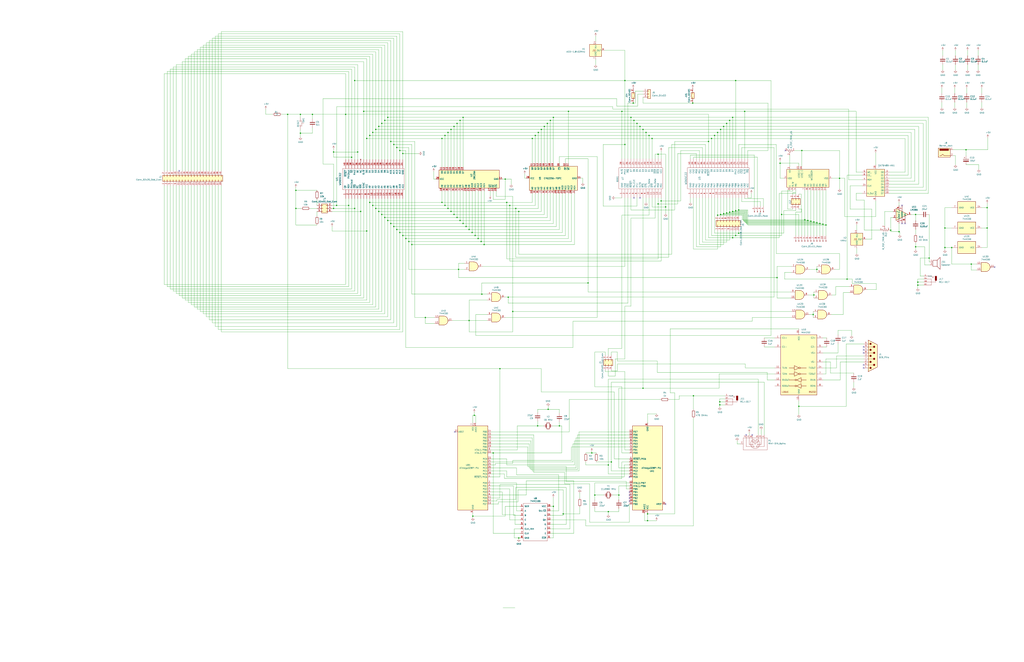
<source format=kicad_sch>
(kicad_sch (version 20250114) (generator "eeschema") (generator_version "9.0")
  (paper "D")
  (junction (at 329.565 188.595))
  (junction (at 281.305 128.27))
  (junction (at 400.05 350.52))
  (junction (at 628.015 93.98))
  (junction (at 474.98 433.705))
  (junction (at 281.305 175.895))
  (junction (at 657.86 137.795))
  (junction (at 385.445 183.515))
  (junction (at 534.035 86.995))
  (junction (at 334.645 193.675))
  (junction (at 316.865 109.22))
  (junction (at 283.845 173.355))
  (junction (at 249.555 160.655))
  (junction (at 751.205 194.31))
  (junction (at 605.155 111.76))
  (junction (at 316.865 175.895))
  (junction (at 549.91 116.84))
  (junction (at 294.005 173.355))
  (junction (at 544.83 111.76))
  (junction (at 617.855 178.435))
  (junction (at 382.905 180.975))
  (junction (at 304.165 178.435))
  (junction (at 337.185 127))
  (junction (at 612.775 104.14))
  (junction (at 437.515 454.025))
  (junction (at 688.975 187.96))
  (junction (at 434.975 175.895))
  (junction (at 321.945 104.14))
  (junction (at 774.065 240.665))
  (junction (at 432.435 262.89))
  (junction (at 263.525 96.52))
  (junction (at 461.645 104.14))
  (junction (at 398.145 196.215))
  (junction (at 659.13 180.975))
  (junction (at 513.08 392.43))
  (junction (at 620.395 198.755))
  (junction (at 342.265 201.295))
  (junction (at 314.325 111.76))
  (junction (at 448.945 116.84))
  (junction (at 617.855 200.66))
  (junction (at 532.13 99.06))
  (junction (at 301.625 128.27))
  (junction (at 479.425 93.98))
  (junction (at 390.525 188.595))
  (junction (at 299.085 67.945))
  (junction (at 242.57 96.52))
  (junction (at 324.485 183.515))
  (junction (at 683.895 186.69))
  (junction (at 398.78 435.61))
  (junction (at 622.935 177.165))
  (junction (at 819.15 222.885))
  (junction (at 459.105 106.68))
  (junction (at 685.8 265.43))
  (junction (at 344.805 203.835))
  (junction (at 299.085 175.895))
  (junction (at 678.815 185.42))
  (junction (at 546.1 439.42))
  (junction (at 615.315 179.07))
  (junction (at 610.235 106.68))
  (junction (at 796.925 208.915))
  (junction (at 311.785 114.3))
  (junction (at 542.29 109.22))
  (junction (at 714.375 235.585))
  (junction (at 387.985 186.055))
  (junction (at 426.085 151.13))
  (junction (at 347.345 206.375))
  (junction (at 617.855 99.06))
  (junction (at 429.895 173.355))
  (junction (at 527.05 67.945))
  (junction (at 358.775 267.97))
  (junction (at 605.155 181.61))
  (junction (at 408.305 206.375))
  (junction (at 454.025 111.76))
  (junction (at 253.365 112.395))
  (junction (at 620.395 67.945))
  (junction (at 427.355 170.815))
  (junction (at 393.065 191.135))
  (junction (at 466.725 99.06))
  (junction (at 772.16 208.28))
  (junction (at 249.555 175.895))
  (junction (at 686.435 187.325))
  (junction (at 309.245 116.84))
  (junction (at 324.485 101.6))
  (junction (at 321.945 180.975))
  (junction (at 372.745 116.84))
  (junction (at 377.825 111.76))
  (junction (at 306.705 93.98))
  (junction (at 405.765 203.835))
  (junction (at 332.105 121.92))
  (junction (at 296.545 132.715))
  (junction (at 554.99 172.085))
  (junction (at 329.565 119.38))
  (junction (at 428.625 250.825))
  (junction (at 620.395 177.8))
  (junction (at 339.725 129.54))
  (junction (at 610.235 180.34))
  (junction (at 557.53 169.545))
  (junction (at 406.4 248.285))
  (junction (at 796.925 192.405))
  (junction (at 561.34 174.625))
  (junction (at 676.275 127))
  (junction (at 387.985 101.6))
  (junction (at 774.065 238.125))
  (junction (at 607.06 341.63))
  (junction (at 694.055 189.23))
  (junction (at 395.605 193.675))
  (junction (at 521.97 417.83))
  (junction (at 612.775 179.705))
  (junction (at 309.245 194.945))
  (junction (at 311.785 170.815))
  (junction (at 584.835 334.01))
  (junction (at 319.405 106.68))
  (junction (at 584.2 86.995))
  (junction (at 390.525 99.06))
  (junction (at 615.315 101.6))
  (junction (at 337.185 196.215))
  (junction (at 253.365 96.52))
  (junction (at 314.325 173.355))
  (junction (at 607.06 339.09))
  (junction (at 547.37 114.3))
  (junction (at 451.485 114.3))
  (junction (at 539.75 106.68))
  (junction (at 339.725 198.755))
  (junction (at 464.185 101.6))
  (junction (at 453.39 359.41))
  (junction (at 386.715 227.33))
  (junction (at 471.805 359.41))
  (junction (at 400.685 198.755))
  (junction (at 622.935 196.85))
  (junction (at 673.735 342.9))
  (junction (at 375.285 173.355))
  (junction (at 327.025 99.06))
  (junction (at 597.535 119.38))
  (junction (at 375.285 114.3))
  (junction (at 758.19 195.58))
  (junction (at 527.05 121.92))
  (junction (at 600.075 116.84))
  (junction (at 607.695 180.975))
  (junction (at 501.65 417.83))
  (junction (at 462.28 345.44))
  (junction (at 515.62 389.89))
  (junction (at 802.64 208.915))
  (junction (at 377.825 175.895))
  (junction (at 327.025 186.055))
  (junction (at 499.11 382.27))
  (junction (at 495.935 238.76))
  (junction (at 524.51 93.98))
  (junction (at 437.515 178.435))
  (junction (at 456.565 109.22))
  (junction (at 380.365 109.22))
  (junction (at 681.355 186.055))
  (junction (at 546.1 433.705))
  (junction (at 332.105 191.135))
  (junction (at 783.59 217.805))
  (junction (at 602.615 114.3))
  (junction (at 607.695 109.22))
  (junction (at 421.64 311.15))
  (junction (at 385.445 104.14))
  (junction (at 415.925 382.27))
  (junction (at 655.32 234.315))
  (junction (at 772.16 180.975))
  (junction (at 534.67 101.6))
  (junction (at 696.595 189.865))
  (junction (at 542.29 327.66))
  (junction (at 688.975 227.33))
  (junction (at 832.485 192.405))
  (junction (at 334.645 124.46))
  (junction (at 686.435 248.92))
  (junction (at 380.365 178.435))
  (junction (at 403.225 201.295))
  (junction (at 382.905 106.68))
  (junction (at 319.405 178.435))
  (junction (at 395.605 270.51))
  (junction (at 466.725 427.355))
  (junction (at 691.515 188.595))
  (junction (at 291.465 96.52))
  (junction (at 372.745 170.815))
  (junction (at 832.485 175.26))
  (junction (at 513.08 431.8))
  (junction (at 708.025 150.495))
  (junction (at 554.99 130.175))
  (junction (at 814.705 126.365))
  (junction (at 537.21 104.14))
  (no_connect (at 728.345 297.815))
  (no_connect (at 530.86 415.29))
  (no_connect (at 760.73 173.355))
  (no_connect (at 838.835 225.425))
  (no_connect (at 728.345 295.275))
  (no_connect (at 634.365 367.03))
  (no_connect (at 728.345 292.735))
  (no_connect (at 728.345 310.515))
  (no_connect (at 561.34 425.45))
  (no_connect (at 763.27 188.595))
  (no_connect (at 530.86 417.83))
  (no_connect (at 530.86 402.59))
  (no_connect (at 151.13 144.145))
  (no_connect (at 530.86 422.91))
  (no_connect (at 662.305 127))
  (no_connect (at 383.54 364.49))
  (no_connect (at 760.73 188.595))
  (no_connect (at 539.75 167.005))
  (no_connect (at 728.345 307.975))
  (no_connect (at 534.67 167.005))
  (no_connect (at 530.86 420.37))
  (no_connect (at 629.285 367.03))
  (wire (pts (xy 158.75 255.27) (xy 311.785 255.27)))
  (wire (pts (xy 771.525 109.22) (xy 607.695 109.22)))
  (wire (pts (xy 587.375 167.005) (xy 587.375 208.28)))
  (wire (pts (xy 437.515 178.435) (xy 456.565 178.435)))
  (wire (pts (xy 450.215 367.03) (xy 414.02 367.03)))
  (wire (pts (xy 319.405 178.435) (xy 319.405 260.985)))
  (wire (pts (xy 526.415 402.59) (xy 526.415 392.43)))
  (wire (pts (xy 554.355 304.8) (xy 520.7 304.8)))
  (wire (pts (xy 739.14 239.395) (xy 739.14 244.475)))
  (wire (pts (xy 474.98 434.975) (xy 474.98 433.705)))
  (wire (pts (xy 628.65 187.96) (xy 628.65 179.07)))
  (wire (pts (xy 306.705 167.64) (xy 306.705 251.46)))
  (wire (pts (xy 398.78 356.87) (xy 398.78 350.52)))
  (wire (pts (xy 393.065 161.29) (xy 393.065 191.135)))
  (wire (pts (xy 661.035 150.495) (xy 657.86 150.495)))
  (wire (pts (xy 319.405 41.91) (xy 319.405 106.68)))
  (wire (pts (xy 403.225 201.295) (xy 479.425 201.295)))
  (wire (pts (xy 657.86 137.795) (xy 657.86 150.495)))
  (wire (pts (xy 561.34 130.175) (xy 561.34 174.625)))
  (wire (pts (xy 641.35 170.18) (xy 641.35 173.99)))
  (wire (pts (xy 513.08 317.5) (xy 513.08 312.42)))
  (wire (pts (xy 377.825 111.76) (xy 454.025 111.76)))
  (wire (pts (xy 568.96 331.47) (xy 568.96 433.705)))
  (wire (pts (xy 566.42 121.92) (xy 566.42 214.63)))
  (wire (pts (xy 309.245 194.945) (xy 309.245 253.365)))
  (wire (pts (xy 718.82 239.395) (xy 739.14 239.395)))
  (wire (pts (xy 401.32 265.43) (xy 401.32 283.21)))
  (wire (pts (xy 299.085 175.895) (xy 281.305 175.895)))
  (wire (pts (xy 721.995 163.195) (xy 727.075 163.195)))
  (wire (pts (xy 168.91 156.845) (xy 168.91 262.89)))
  (wire (pts (xy 299.085 175.895) (xy 299.085 245.745)))
  (wire (pts (xy 464.185 434.975) (xy 474.98 434.975)))
  (wire (pts (xy 758.19 170.815) (xy 758.19 173.355)))
  (wire (pts (xy 622.935 167.005) (xy 622.935 177.165)))
  (wire (pts (xy 299.085 56.515) (xy 299.085 67.945)))
  (wire (pts (xy 753.11 178.435) (xy 746.125 178.435)))
  (wire (pts (xy 386.715 227.33) (xy 386.715 234.315)))
  (wire (pts (xy 311.785 114.3) (xy 375.285 114.3)))
  (wire (pts (xy 617.855 178.435) (xy 629.285 178.435)))
  (wire (pts (xy 653.415 310.515) (xy 628.65 310.515)))
  (wire (pts (xy 453.39 347.98) (xy 453.39 345.44)))
  (wire (pts (xy 524.51 167.005) (xy 518.795 167.005)))
  (wire (pts (xy 661.67 235.585) (xy 714.375 235.585)))
  (wire (pts (xy 495.935 238.76) (xy 495.935 246.38)))
  (wire (pts (xy 414.02 382.27) (xy 415.925 382.27)))
  (wire (pts (xy 751.205 195.58) (xy 758.19 195.58)))
  (wire (pts (xy 708.025 150.495) (xy 708.025 159.385)))
  (wire (pts (xy 521.97 327.66) (xy 542.29 327.66)))
  (wire (pts (xy 314.325 45.72) (xy 314.325 111.76)))
  (wire (pts (xy 650.24 283.21) (xy 650.24 67.945)))
  (wire (pts (xy 803.91 131.445) (xy 805.815 131.445)))
  (wire (pts (xy 456.565 311.15) (xy 456.565 330.835)))
  (wire (pts (xy 349.885 267.97) (xy 358.775 267.97)))
  (wire (pts (xy 824.865 42.545) (xy 824.865 46.99)))
  (wire (pts (xy 427.355 170.815) (xy 448.945 170.815)))
  (wire (pts (xy 530.86 374.65) (xy 483.235 374.65)))
  (wire (pts (xy 316.865 43.815) (xy 163.83 43.815)))
  (wire (pts (xy 711.2 265.43) (xy 701.04 265.43)))
  (wire (pts (xy 530.86 440.69) (xy 497.205 440.69)))
  (wire (pts (xy 738.505 169.545) (xy 738.505 182.88)))
  (wire (pts (xy 443.865 405.765) (xy 483.87 405.765)))
  (wire (pts (xy 398.145 196.215) (xy 474.345 196.215)))
  (wire (pts (xy 557.53 167.005) (xy 557.53 169.545)))
  (wire (pts (xy 158.75 156.845) (xy 158.75 255.27)))
  (wire (pts (xy 337.185 278.13) (xy 184.15 278.13)))
  (wire (pts (xy 620.395 167.005) (xy 620.395 177.8)))
  (wire (pts (xy 398.78 433.07) (xy 398.78 435.61)))
  (wire (pts (xy 758.19 188.595) (xy 758.19 195.58)))
  (wire (pts (xy 524.51 133.985) (xy 524.51 93.98)))
  (wire (pts (xy 815.975 59.055) (xy 815.975 54.61)))
  (wire (pts (xy 671.195 163.195) (xy 671.195 163.83)))
  (wire (pts (xy 448.945 397.51) (xy 488.315 397.51)))
  (wire (pts (xy 610.235 180.34) (xy 610.235 182.245)))
  (wire (pts (xy 661.67 229.87) (xy 661.67 235.585)))
  (wire (pts (xy 625.475 124.46) (xy 625.475 133.985)))
  (wire (pts (xy 306.705 52.07) (xy 306.705 93.98)))
  (wire (pts (xy 464.185 446.405) (xy 480.695 446.405)))
  (wire (pts (xy 628.65 310.515) (xy 628.65 307.34)))
  (wire (pts (xy 414.02 415.29) (xy 423.545 415.29)))
  (wire (pts (xy 543.56 439.42) (xy 546.1 439.42)))
  (wire (pts (xy 407.035 224.79) (xy 527.05 224.79)))
  (wire (pts (xy 524.51 403.86) (xy 425.45 403.86)))
  (wire (pts (xy 311.785 170.815) (xy 311.785 255.27)))
  (wire (pts (xy 700.405 314.96) (xy 700.405 305.435)))
  (wire (pts (xy 518.795 317.5) (xy 513.08 317.5)))
  (wire (pts (xy 534.67 101.6) (xy 615.315 101.6)))
  (wire (pts (xy 342.265 127) (xy 342.265 201.295)))
  (wire (pts (xy 171.45 264.795) (xy 324.485 264.795)))
  (wire (pts (xy 429.895 412.75) (xy 429.895 438.785)))
  (wire (pts (xy 347.345 121.92) (xy 347.345 206.375)))
  (wire (pts (xy 321.945 134.62) (xy 321.945 104.14)))
  (wire (pts (xy 327.025 36.195) (xy 327.025 99.06)))
  (wire (pts (xy 365.76 144.78) (xy 365.76 151.13)))
  (wire (pts (xy 758.825 195.58) (xy 758.19 195.58)))
  (wire (pts (xy 547.37 114.3) (xy 602.615 114.3)))
  (wire (pts (xy 386.715 222.25) (xy 386.715 227.33)))
  (wire (pts (xy 476.885 198.755) (xy 476.885 163.195)))
  (wire (pts (xy 688.975 227.33) (xy 688.975 229.87)))
  (wire (pts (xy 484.505 163.195) (xy 484.505 206.375)))
  (wire (pts (xy 537.21 133.985) (xy 537.21 104.14)))
  (wire (pts (xy 530.86 372.11) (xy 484.505 372.11)))
  (wire (pts (xy 171.45 144.145) (xy 171.45 38.1)))
  (wire (pts (xy 630.555 133.985) (xy 630.555 127)))
  (wire (pts (xy 518.16 387.35) (xy 530.86 387.35)))
  (wire (pts (xy 795.02 42.545) (xy 795.02 46.99)))
  (wire (pts (xy 461.645 104.14) (xy 461.645 137.795)))
  (wire (pts (xy 425.45 400.05) (xy 414.02 400.05)))
  (wire (pts (xy 380.365 161.29) (xy 380.365 178.435)))
  (wire (pts (xy 708.025 127) (xy 708.025 150.495)))
  (wire (pts (xy 592.455 133.985) (xy 592.455 124.46)))
  (wire (pts (xy 421.64 420.37) (xy 414.02 420.37)))
  (wire (pts (xy 607.695 208.28) (xy 607.695 194.945)))
  (wire (pts (xy 339.725 134.62) (xy 339.725 129.54)))
  (wire (pts (xy 414.02 374.65) (xy 446.405 374.65)))
  (wire (pts (xy 544.83 133.985) (xy 544.83 111.76)))
  (wire (pts (xy 520.7 304.8) (xy 520.7 297.18)))
  (wire (pts (xy 549.91 133.985) (xy 549.91 116.84)))
  (wire (pts (xy 329.565 167.64) (xy 329.565 188.595)))
  (wire (pts (xy 403.225 161.29) (xy 403.225 201.295)))
  (wire (pts (xy 626.745 180.975) (xy 607.695 180.975)))
  (wire (pts (xy 625.475 167.005) (xy 625.475 170.18)))
  (wire (pts (xy 534.67 133.985) (xy 534.67 101.6)))
  (wire (pts (xy 521.97 429.26) (xy 521.97 431.8)))
  (wire (pts (xy 739.14 244.475) (xy 731.52 244.475)))
  (wire (pts (xy 781.05 101.6) (xy 615.315 101.6)))
  (wire (pts (xy 480.695 446.405) (xy 480.695 408.94)))
  (wire (pts (xy 166.37 41.91) (xy 319.405 41.91)))
  (wire (pts (xy 805.815 131.445) (xy 805.815 139.065)))
  (wire (pts (xy 442.595 146.685) (xy 442.595 150.495)))
  (wire (pts (xy 372.745 116.84) (xy 372.745 140.97)))
  (wire (pts (xy 414.02 379.73) (xy 436.245 379.73)))
  (wire (pts (xy 667.385 229.87) (xy 661.67 229.87)))
  (wire (pts (xy 423.545 434.34) (xy 434.34 434.34)))
  (wire (pts (xy 339.725 129.54) (xy 353.06 129.54)))
  (wire (pts (xy 796.925 208.915) (xy 796.925 192.405)))
  (wire (pts (xy 329.565 119.38) (xy 349.885 119.38)))
  (wire (pts (xy 427.355 218.44) (xy 427.355 170.815)))
  (wire (pts (xy 459.105 106.68) (xy 539.75 106.68)))
  (wire (pts (xy 671.195 179.07) (xy 671.195 198.755)))
  (wire (pts (xy 456.565 109.22) (xy 456.565 137.795)))
  (wire (pts (xy 694.055 310.515) (xy 705.485 310.515)))
  (wire (pts (xy 749.935 160.655) (xy 781.05 160.655)))
  (wire (pts (xy 156.21 253.365) (xy 309.245 253.365)))
  (wire (pts (xy 620.395 177.8) (xy 620.395 182.245)))
  (wire (pts (xy 654.685 121.92) (xy 654.685 213.995)))
  (wire (pts (xy 547.37 181.61) (xy 547.37 167.005)))
  (wire (pts (xy 311.785 47.625) (xy 311.785 114.3)))
  (wire (pts (xy 337.185 28.575) (xy 337.185 127)))
  (wire (pts (xy 657.86 135.89) (xy 657.86 137.795)))
  (wire (pts (xy 584.835 334.01) (xy 611.505 334.01)))
  (wire (pts (xy 294.005 60.325) (xy 140.97 60.325)))
  (wire (pts (xy 474.345 196.215) (xy 474.345 163.195)))
  (wire (pts (xy 420.37 425.45) (xy 414.02 425.45)))
  (wire (pts (xy 249.555 175.895) (xy 249.555 189.865)))
  (wire (pts (xy 321.945 104.14) (xy 385.445 104.14)))
  (wire (pts (xy 450.215 398.78) (xy 476.25 398.78)))
  (wire (pts (xy 434.34 442.595) (xy 438.785 442.595)))
  (wire (pts (xy 476.885 137.795) (xy 476.885 133.985)))
  (wire (pts (xy 823.595 227.965) (xy 819.15 227.965)))
  (wire (pts (xy 281.305 128.27) (xy 281.305 132.715)))
  (wire (pts (xy 772.16 205.105) (xy 772.16 208.28)))
  (wire (pts (xy 329.565 34.29) (xy 329.565 119.38)))
  (wire (pts (xy 477.52 406.4) (xy 477.52 393.7)))
  (wire (pts (xy 657.225 163.195) (xy 671.195 163.195)))
  (wire (pts (xy 782.955 163.195) (xy 749.935 163.195)))
  (wire (pts (xy 337.185 134.62) (xy 337.185 127)))
  (wire (pts (xy 319.405 106.68) (xy 382.905 106.68)))
  (wire (pts (xy 311.785 170.815) (xy 372.745 170.815)))
  (wire (pts (xy 321.945 180.975) (xy 321.945 262.89)))
  (wire (pts (xy 494.03 389.89) (xy 494.03 392.43)))
  (wire (pts (xy 153.67 251.46) (xy 153.67 156.845)))
  (wire (pts (xy 380.365 109.22) (xy 380.365 140.97)))
  (wire (pts (xy 421.64 408.94) (xy 421.64 420.37)))
  (wire (pts (xy 471.805 193.675) (xy 471.805 163.195)))
  (wire (pts (xy 386.715 234.315) (xy 655.32 234.315)))
  (wire (pts (xy 390.525 99.06) (xy 466.725 99.06)))
  (wire (pts (xy 372.745 116.84) (xy 448.945 116.84)))
  (wire (pts (xy 539.75 133.985) (xy 539.75 106.68)))
  (wire (pts (xy 391.795 222.25) (xy 386.715 222.25)))
  (wire (pts (xy 173.99 36.195) (xy 173.99 144.145)))
  (wire (pts (xy 176.53 156.845) (xy 176.53 269.875)))
  (wire (pts (xy 549.91 116.84) (xy 600.075 116.84)))
  (wire (pts (xy 477.52 411.48) (xy 477.52 442.595)))
  (wire (pts (xy 253.365 109.22) (xy 253.365 112.395)))
  (wire (pts (xy 344.805 227.33) (xy 386.715 227.33)))
  (wire (pts (xy 435.61 407.67) (xy 435.61 431.165)))
  (wire (pts (xy 720.09 314.96) (xy 700.405 314.96)))
  (wire (pts (xy 151.13 156.845) (xy 151.13 249.555)))
  (wire (pts (xy 432.435 280.035) (xy 432.435 262.89)))
  (wire (pts (xy 408.305 206.375) (xy 484.505 206.375)))
  (wire (pts (xy 572.77 337.185) (xy 572.77 334.01)))
  (wire (pts (xy 508.635 121.92) (xy 527.05 121.92)))
  (wire (pts (xy 466.725 427.355) (xy 466.725 454.025)))
  (wire (pts (xy 607.695 109.22) (xy 607.695 133.985)))
  (wire (pts (xy 301.625 247.65) (xy 148.59 247.65)))
  (wire (pts (xy 626.11 185.42) (xy 678.815 185.42)))
  (wire (pts (xy 466.725 99.06) (xy 466.725 137.795)))
  (wire (pts (xy 795.02 59.055) (xy 795.02 54.61)))
  (wire (pts (xy 400.685 198.755) (xy 476.885 198.755)))
  (wire (pts (xy 481.965 377.19) (xy 481.965 388.62)))
  (wire (pts (xy 607.06 339.09) (xy 611.505 339.09)))
  (wire (pts (xy 184.15 28.575) (xy 184.15 144.145)))
  (wire (pts (xy 803.91 126.365) (xy 814.705 126.365)))
  (wire (pts (xy 306.705 251.46) (xy 153.67 251.46)))
  (wire (pts (xy 705.485 310.515) (xy 705.485 300.355)))
  (wire (pts (xy 571.5 129.54) (xy 571.5 172.085)))
  (wire (pts (xy 375.285 114.3) (xy 375.285 140.97)))
  (wire (pts (xy 513.08 320.04) (xy 639.445 320.04)))
  (wire (pts (xy 487.045 367.03) (xy 487.045 396.24)))
  (wire (pts (xy 682.625 265.43) (xy 685.8 265.43)))
  (wire (pts (xy 518.795 302.895) (xy 518.795 317.5)))
  (wire (pts (xy 631.825 365.125) (xy 631.825 367.03)))
  (wire (pts (xy 471.805 356.235) (xy 471.805 359.41)))
  (wire (pts (xy 480.695 408.94) (xy 421.64 408.94)))
  (wire (pts (xy 281.305 138.43) (xy 272.415 138.43)))
  (wire (pts (xy 501.65 429.26) (xy 501.65 431.8)))
  (wire (pts (xy 432.435 262.89) (xy 667.385 262.89)))
  (wire (pts (xy 316.865 175.895) (xy 377.825 175.895)))
  (wire (pts (xy 673.735 176.53) (xy 676.275 176.53)))
  (wire (pts (xy 716.28 247.015) (xy 711.2 247.015)))
  (wire (pts (xy 438.785 446.405) (xy 433.705 446.405)))
  (wire (pts (xy 612.775 204.47) (xy 612.775 194.945)))
  (wire (pts (xy 763.27 116.84) (xy 763.27 145.415)))
  (wire (pts (xy 771.525 153.035) (xy 771.525 109.22)))
  (wire (pts (xy 316.865 134.62) (xy 316.865 109.22)))
  (wire (pts (xy 796.925 192.405) (xy 796.925 175.26)))
  (wire (pts (xy 661.035 177.8) (xy 661.035 196.85)))
  (wire (pts (xy 436.245 359.41) (xy 453.39 359.41)))
  (wire (pts (xy 426.085 267.97) (xy 503.555 267.97)))
  (wire (pts (xy 443.865 417.83) (xy 443.865 405.765)))
  (wire (pts (xy 701.675 248.92) (xy 704.85 248.92)))
  (wire (pts (xy 715.645 151.765) (xy 727.075 151.765)))
  (wire (pts (xy 716.915 176.53) (xy 716.915 156.845)))
  (wire (pts (xy 686.435 248.92) (xy 686.435 251.46)))
  (wire (pts (xy 491.49 150.495) (xy 491.49 154.305)))
  (wire (pts (xy 516.89 90.17) (xy 516.89 92.075)))
  (wire (pts (xy 746.125 178.435) (xy 746.125 190.5)))
  (wire (pts (xy 597.535 119.38) (xy 597.535 133.985)))
  (wire (pts (xy 530.86 364.49) (xy 488.315 364.49)))
  (wire (pts (xy 524.51 389.89) (xy 524.51 403.86)))
  (wire (pts (xy 497.205 440.69) (xy 497.205 408.305)))
  (wire (pts (xy 815.34 74.295) (xy 815.34 78.74)))
  (wire (pts (xy 653.415 320.675) (xy 647.065 320.675)))
  (wire (pts (xy 309.245 116.84) (xy 372.745 116.84)))
  (wire (pts (xy 253.365 112.395) (xy 253.365 115.57)))
  (wire (pts (xy 347.345 206.375) (xy 347.345 248.285)))
  (wire (pts (xy 557.53 169.545) (xy 557.53 220.345)))
  (wire (pts (xy 626.11 181.61) (xy 605.155 181.61)))
  (wire (pts (xy 438.785 427.355) (xy 426.085 427.355)))
  (wire (pts (xy 398.78 350.52) (xy 400.05 350.52)))
  (wire (pts (xy 546.1 356.87) (xy 546.1 349.25)))
  (wire (pts (xy 620.395 67.945) (xy 650.24 67.945)))
  (wire (pts (xy 518.16 387.35) (xy 518.16 330.835)))
  (wire (pts (xy 520.7 313.055) (xy 515.62 313.055)))
  (wire (pts (xy 765.81 147.955) (xy 765.81 114.3)))
  (wire (pts (xy 784.225 223.52) (xy 779.78 223.52)))
  (wire (pts (xy 454.025 111.76) (xy 544.83 111.76)))
  (wire (pts (xy 530.86 382.27) (xy 524.51 382.27)))
  (wire (pts (xy 420.37 423.545) (xy 420.37 425.45)))
  (wire (pts (xy 166.37 260.985) (xy 319.405 260.985)))
  (wire (pts (xy 530.86 369.57) (xy 485.775 369.57)))
  (wire (pts (xy 433.705 454.025) (xy 437.515 454.025)))
  (wire (pts (xy 527.05 302.895) (xy 518.795 302.895)))
  (wire (pts (xy 181.61 30.48) (xy 334.645 30.48)))
  (wire (pts (xy 557.53 127.635) (xy 557.53 133.985)))
  (wire (pts (xy 655.32 251.46) (xy 666.75 251.46)))
  (wire (pts (xy 421.64 311.15) (xy 242.57 311.15)))
  (wire (pts (xy 459.105 106.68) (xy 459.105 137.795)))
  (wire (pts (xy 464.185 101.6) (xy 534.67 101.6)))
  (wire (pts (xy 527.05 67.945) (xy 527.05 121.92)))
  (wire (pts (xy 542.29 133.985) (xy 542.29 109.22)))
  (wire (pts (xy 401.32 283.21) (xy 650.24 283.21)))
  (wire (pts (xy 681.99 248.92) (xy 686.435 248.92)))
  (wire (pts (xy 377.825 161.29) (xy 377.825 175.895)))
  (wire (pts (xy 327.025 167.64) (xy 327.025 186.055)))
  (wire (pts (xy 549.91 167.005) (xy 549.91 174.625)))
  (wire (pts (xy 281.305 175.895) (xy 280.035 175.895)))
  (wire (pts (xy 494.03 392.43) (xy 513.08 392.43)))
  (wire (pts (xy 615.315 167.005) (xy 615.315 179.07)))
  (wire (pts (xy 714.375 147.955) (xy 727.075 147.955)))
  (wire (pts (xy 805.815 42.545) (xy 805.815 46.99)))
  (wire (pts (xy 334.645 193.675) (xy 334.645 275.59)))
  (wire (pts (xy 584.835 133.985) (xy 584.835 132.715)))
  (wire (pts (xy 694.055 285.115) (xy 697.23 285.115)))
  (wire (pts (xy 406.4 238.76) (xy 495.935 238.76)))
  (wire (pts (xy 782.955 99.06) (xy 782.955 163.195)))
  (wire (pts (xy 554.99 172.085) (xy 554.99 218.44)))
  (wire (pts (xy 377.825 111.76) (xy 377.825 140.97)))
  (wire (pts (xy 435.61 431.165) (xy 438.785 431.165)))
  (wire (pts (xy 414.02 402.59) (xy 421.64 402.59)))
  (wire (pts (xy 426.085 151.13) (xy 431.165 151.13)))
  (wire (pts (xy 584.835 132.715) (xy 638.81 132.715)))
  (wire (pts (xy 527.05 313.69) (xy 510.54 313.69)))
  (wire (pts (xy 630.555 127) (xy 647.7 127)))
  (wire (pts (xy 628.015 179.705) (xy 628.015 187.325)))
  (wire (pts (xy 823.595 222.885) (xy 819.15 222.885)))
  (wire (pts (xy 563.88 217.17) (xy 434.975 217.17)))
  (wire (pts (xy 714.375 147.955) (xy 714.375 235.585)))
  (wire (pts (xy 602.615 114.3) (xy 602.615 133.985)))
  (wire (pts (xy 436.88 413.385) (xy 436.88 423.545)))
  (wire (pts (xy 249.555 158.115) (xy 249.555 160.655)))
  (wire (pts (xy 414.02 417.83) (xy 443.865 417.83)))
  (wire (pts (xy 375.285 114.3) (xy 451.485 114.3)))
  (wire (pts (xy 617.855 99.06) (xy 617.855 133.985)))
  (wire (pts (xy 673.735 277.495) (xy 565.15 277.495)))
  (wire (pts (xy 425.45 403.86) (xy 425.45 400.05)))
  (wire (pts (xy 358.775 273.05) (xy 366.395 273.05)))
  (wire (pts (xy 584.835 167.005) (xy 584.835 210.185)))
  (wire (pts (xy 471.805 345.44) (xy 462.28 345.44)))
  (wire (pts (xy 186.69 156.845) (xy 186.69 280.035)))
  (wire (pts (xy 622.935 182.245) (xy 622.935 177.165)))
  (wire (pts (xy 657.225 163.195) (xy 657.225 200.66)))
  (wire (pts (xy 688.975 187.96) (xy 688.975 198.755)))
  (wire (pts (xy 324.485 183.515) (xy 324.485 264.795)))
  (wire (pts (xy 400.05 350.52) (xy 400.05 347.98)))
  (wire (pts (xy 607.06 339.09) (xy 607.06 341.63)))
  (wire (pts (xy 151.13 249.555) (xy 304.165 249.555)))
  (wire (pts (xy 380.365 109.22) (xy 456.565 109.22)))
  (wire (pts (xy 314.325 111.76) (xy 377.825 111.76)))
  (wire (pts (xy 301.625 54.61) (xy 301.625 128.27)))
  (wire (pts (xy 474.98 433.705) (xy 474.98 413.385)))
  (wire (pts (xy 488.95 415.925) (xy 488.95 420.37)))
  (wire (pts (xy 390.525 188.595) (xy 466.725 188.595)))
  (wire (pts (xy 647.065 320.675) (xy 647.065 314.325)))
  (wire (pts (xy 395.605 253.365) (xy 395.605 270.51)))
  (wire (pts (xy 638.81 132.715) (xy 638.81 173.99)))
  (wire (pts (xy 497.205 408.305) (xy 476.25 408.305)))
  (wire (pts (xy 610.235 167.005) (xy 610.235 180.34)))
  (wire (pts (xy 445.135 377.19) (xy 414.02 377.19)))
  (wire (pts (xy 708.025 213.995) (xy 708.025 227.33)))
  (wire (pts (xy 483.87 405.765) (xy 483.87 450.215)))
  (wire (pts (xy 781.05 160.655) (xy 781.05 101.6)))
  (wire (pts (xy 554.99 218.44) (xy 427.355 218.44)))
  (wire (pts (xy 685.8 265.43) (xy 685.8 267.97)))
  (wire (pts (xy 529.59 133.985) (xy 529.59 86.995)))
  (wire (pts (xy 532.13 133.985) (xy 532.13 99.06)))
  (wire (pts (xy 156.21 144.145) (xy 156.21 49.53)))
  (wire (pts (xy 483.235 271.145) (xy 634.365 271.145)))
  (wire (pts (xy 617.855 200.66) (xy 657.225 200.66)))
  (wire (pts (xy 532.13 99.06) (xy 617.855 99.06)))
  (wire (pts (xy 342.265 201.295) (xy 342.265 293.37)))
  (wire (pts (xy 534.035 86.995) (xy 535.94 86.995)))
  (wire (pts (xy 337.185 196.215) (xy 398.145 196.215)))
  (wire (pts (xy 296.545 132.715) (xy 281.305 132.715)))
  (wire (pts (xy 686.435 160.655) (xy 686.435 187.325)))
  (wire (pts (xy 594.995 167.005) (xy 594.995 202.565)))
  (wire (pts (xy 681.355 160.655) (xy 681.355 186.055)))
  (wire (pts (xy 639.445 320.04) (xy 639.445 367.03)))
  (wire (pts (xy 456.565 178.435) (xy 456.565 163.195)))
  (wire (pts (xy 306.705 52.07) (xy 153.67 52.07)))
  (wire (pts (xy 712.47 182.88) (xy 712.47 150.495)))
  (wire (pts (xy 589.915 167.005) (xy 589.915 206.375)))
  (wire (pts (xy 659.13 161.29) (xy 659.13 180.975)))
  (wire (pts (xy 156.21 156.845) (xy 156.21 253.365)))
  (wire (pts (xy 263.525 100.33) (xy 263.525 96.52)))
  (wire (pts (xy 597.535 200.66) (xy 617.855 200.66)))
  (wire (pts (xy 673.735 163.83) (xy 675.64 163.83)))
  (wire (pts (xy 480.06 337.185) (xy 480.06 364.49)))
  (wire (pts (xy 629.92 189.23) (xy 694.055 189.23)))
  (wire (pts (xy 477.52 406.4) (xy 528.32 406.4)))
  (wire (pts (xy 304.165 178.435) (xy 280.035 178.435)))
  (wire (pts (xy 728.345 305.435) (xy 708.66 305.435)))
  (wire (pts (xy 495.935 133.985) (xy 495.935 238.76)))
  (wire (pts (xy 678.815 185.42) (xy 678.815 198.755)))
  (wire (pts (xy 554.99 172.085) (xy 571.5 172.085)))
  (wire (pts (xy 711.2 247.015) (xy 711.2 265.43)))
  (wire (pts (xy 675.64 163.83) (xy 675.64 179.07)))
  (wire (pts (xy 574.04 127) (xy 574.04 169.545)))
  (wire (pts (xy 316.865 175.895) (xy 316.865 259.08)))
  (wire (pts (xy 433.07 410.21) (xy 433.07 434.975)))
  (wire (pts (xy 436.88 423.545) (xy 420.37 423.545)))
  (wire (pts (xy 186.69 280.035) (xy 339.725 280.035)))
  (wire (pts (xy 499.11 381) (xy 499.11 382.27)))
  (wire (pts (xy 644.525 285.115) (xy 653.415 285.115)))
  (wire (pts (xy 521.97 417.83) (xy 516.89 417.83)))
  (wire (pts (xy 454.025 111.76) (xy 454.025 137.795)))
  (wire (pts (xy 592.455 204.47) (xy 612.775 204.47)))
  (wire (pts (xy 179.07 32.385) (xy 179.07 144.145)))
  (wire (pts (xy 535.94 86.995) (xy 535.94 76.835)))
  (wire (pts (xy 283.845 90.17) (xy 516.89 90.17)))
  (wire (pts (xy 815.975 42.545) (xy 815.975 46.99)))
  (wire (pts (xy 828.04 208.915) (xy 832.485 208.915)))
  (wire (pts (xy 158.75 47.625) (xy 158.75 144.145)))
  (wire (pts (xy 696.595 198.755) (xy 696.595 189.865)))
  (wire (pts (xy 387.985 186.055) (xy 464.185 186.055)))
  (wire (pts (xy 828.04 74.295) (xy 828.04 78.74)))
  (wire (pts (xy 510.54 297.18) (xy 501.65 297.18)))
  (wire (pts (xy 774.065 235.585) (xy 774.065 238.125)))
  (wire (pts (xy 594.995 133.985) (xy 594.995 121.92)))
  (wire (pts (xy 605.155 181.61) (xy 605.155 182.245)))
  (wire (pts (xy 644.525 322.58) (xy 644.525 367.03)))
  (wire (pts (xy 681.355 186.055) (xy 681.355 198.755)))
  (wire (pts (xy 634.365 267.97) (xy 667.385 267.97)))
  (wire (pts (xy 461.645 104.14) (xy 537.21 104.14)))
  (wire (pts (xy 537.845 89.535) (xy 537.845 79.375)))
  (wire (pts (xy 655.32 234.315) (xy 655.32 224.79)))
  (wire (pts (xy 716.915 156.845) (xy 727.075 156.845)))
  (wire (pts (xy 466.725 188.595) (xy 466.725 163.195)))
  (wire (pts (xy 267.335 168.275) (xy 267.335 173.355)))
  (wire (pts (xy 249.555 160.655) (xy 267.335 160.655)))
  (wire (pts (xy 327.025 186.055) (xy 327.025 267.335)))
  (wire (pts (xy 387.985 101.6) (xy 464.185 101.6)))
  (wire (pts (xy 332.105 272.415) (xy 179.07 272.415)))
  (wire (pts (xy 594.995 121.92) (xy 566.42 121.92)))
  (wire (pts (xy 414.02 410.21) (xy 433.07 410.21)))
  (wire (pts (xy 161.29 45.72) (xy 314.325 45.72)))
  (wire (pts (xy 249.555 160.655) (xy 249.555 175.895)))
  (wire (pts (xy 516.89 92.075) (xy 715.645 92.075)))
  (wire (pts (xy 714.375 235.585) (xy 718.82 235.585)))
  (wire (pts (xy 832.485 171.45) (xy 832.485 175.26)))
  (wire (pts (xy 471.17 400.685) (xy 435.61 400.685)))
  (wire (pts (xy 503.555 132.08) (xy 471.805 132.08)))
  (wire (pts (xy 334.645 193.675) (xy 395.605 193.675)))
  (wire (pts (xy 730.25 201.93) (xy 735.33 201.93)))
  (wire (pts (xy 686.435 248.92) (xy 686.435 246.38)))
  (wire (pts (xy 610.235 194.945) (xy 610.235 206.375)))
  (wire (pts (xy 382.905 161.29) (xy 382.905 180.975)))
  (wire (pts (xy 242.57 96.52) (xy 237.49 96.52)))
  (wire (pts (xy 291.465 96.52) (xy 597.535 96.52)))
  (wire (pts (xy 140.97 241.935) (xy 294.005 241.935)))
  (wire (pts (xy 415.925 382.27) (xy 473.71 382.27)))
  (wire (pts (xy 294.005 173.355) (xy 294.005 241.935)))
  (wire (pts (xy 334.645 30.48) (xy 334.645 124.46)))
  (wire (pts (xy 401.32 356.87) (xy 401.32 350.52)))
  (wire (pts (xy 625.475 170.18) (xy 641.35 170.18)))
  (wire (pts (xy 488.95 427.99) (xy 488.95 433.705)))
  (wire (pts (xy 749.935 153.035) (xy 771.525 153.035)))
  (wire (pts (xy 706.755 278.765) (xy 706.755 282.575)))
  (wire (pts (xy 332.105 191.135) (xy 393.065 191.135)))
  (wire (pts (xy 772.16 180.975) (xy 768.35 180.975)))
  (wire (pts (xy 166.37 156.845) (xy 166.37 260.985)))
  (wire (pts (xy 796.925 210.82) (xy 796.925 208.915)))
  (wire (pts (xy 629.285 178.435) (xy 629.285 188.595)))
  (wire (pts (xy 327.025 267.335) (xy 173.99 267.335)))
  (wire (pts (xy 668.655 161.29) (xy 659.13 161.29)))
  (wire (pts (xy 647.7 127) (xy 647.7 86.995)))
  (wire (pts (xy 488.95 433.705) (xy 474.98 433.705)))
  (wire (pts (xy 617.855 167.005) (xy 617.855 178.435)))
  (wire (pts (xy 537.21 104.14) (xy 612.775 104.14)))
  (wire (pts (xy 610.235 106.68) (xy 774.7 106.68)))
  (wire (pts (xy 385.445 104.14) (xy 385.445 140.97)))
  (wire (pts (xy 334.645 167.64) (xy 334.645 193.675)))
  (wire (pts (xy 681.355 186.055) (xy 626.745 186.055)))
  (wire (pts (xy 304.165 178.435) (xy 304.165 249.555)))
  (wire (pts (xy 380.365 178.435) (xy 437.515 178.435)))
  (wire (pts (xy 515.62 313.055) (xy 515.62 312.42)))
  (wire (pts (xy 696.595 189.865) (xy 630.555 189.865)))
  (wire (pts (xy 520.065 83.185) (xy 520.065 89.535)))
  (wire (pts (xy 324.485 183.515) (xy 385.445 183.515)))
  (wire (pts (xy 427.355 392.43) (xy 484.505 392.43)))
  (wire (pts (xy 686.435 187.325) (xy 686.435 198.755)))
  (wire (pts (xy 332.105 134.62) (xy 332.105 121.92)))
  (wire (pts (xy 621.665 372.11) (xy 621.665 374.65)))
  (wire (pts (xy 433.705 446.405) (xy 433.705 454.025)))
  (wire (pts (xy 721.995 145.415) (xy 727.075 145.415)))
  (wire (pts (xy 685.8 262.89) (xy 685.8 265.43)))
  (wire (pts (xy 337.185 167.64) (xy 337.185 196.215)))
  (wire (pts (xy 600.075 167.005) (xy 600.075 198.755)))
  (wire (pts (xy 332.105 121.92) (xy 347.345 121.92)))
  (wire (pts (xy 828.04 90.805) (xy 828.04 86.36)))
  (wire (pts (xy 778.51 158.115) (xy 778.51 104.14)))
  (wire (pts (xy 324.485 167.64) (xy 324.485 183.515)))
  (wire (pts (xy 494.03 438.785) (xy 494.03 443.865)))
  (wire (pts (xy 671.195 177.8) (xy 671.195 176.53)))
  (wire (pts (xy 814.705 126.365) (xy 814.705 131.445)))
  (wire (pts (xy 605.155 194.945) (xy 605.155 210.185)))
  (wire (pts (xy 375.285 173.355) (xy 375.285 161.29)))
  (wire (pts (xy 261.62 175.895) (xy 267.335 175.895)))
  (wire (pts (xy 381.635 270.51) (xy 395.605 270.51)))
  (wire (pts (xy 329.565 188.595) (xy 390.525 188.595)))
  (wire (pts (xy 696.595 160.655) (xy 696.595 189.865)))
  (wire (pts (xy 814.705 126.365) (xy 833.12 126.365)))
  (wire (pts (xy 451.485 114.3) (xy 547.37 114.3)))
  (wire (pts (xy 410.845 248.285) (xy 406.4 248.285)))
  (wire (pts (xy 395.605 161.29) (xy 395.605 193.675)))
  (wire (pts (xy 314.325 173.355) (xy 375.285 173.355)))
  (wire (pts (xy 688.975 224.79) (xy 688.975 227.33)))
  (wire (pts (xy 633.73 167.005) (xy 633.73 163.195)))
  (wire (pts (xy 437.515 214.63) (xy 437.515 178.435)))
  (wire (pts (xy 342.265 201.295) (xy 403.225 201.295)))
  (wire (pts (xy 528.32 412.75) (xy 528.32 406.4)))
  (wire (pts (xy 483.235 374.65) (xy 483.235 389.89)))
  (wire (pts (xy 464.185 438.785) (xy 494.03 438.785)))
  (wire (pts (xy 673.735 342.9) (xy 713.74 342.9)))
  (wire (pts (xy 527.05 313.69) (xy 527.05 379.73)))
  (wire (pts (xy 337.185 196.215) (xy 337.185 278.13)))
  (wire (pts (xy 783.59 180.975) (xy 783.59 217.805)))
  (wire (pts (xy 666.75 246.38) (xy 495.935 246.38)))
  (wire (pts (xy 728.345 290.195) (xy 713.74 290.195)))
  (wire (pts (xy 629.92 177.8) (xy 629.92 189.23)))
  (wire (pts (xy 815.34 90.805) (xy 815.34 86.36)))
  (wire (pts (xy 324.485 101.6) (xy 387.985 101.6)))
  (wire (pts (xy 683.895 160.655) (xy 683.895 186.69)))
  (wire (pts (xy 146.05 56.515) (xy 146.05 144.145)))
  (wire (pts (xy 429.895 220.345) (xy 429.895 173.355)))
  (wire (pts (xy 520.065 89.535) (xy 537.845 89.535)))
  (wire (pts (xy 464.185 101.6) (xy 464.185 137.795)))
  (wire (pts (xy 390.525 161.29) (xy 390.525 188.595)))
  (wire (pts (xy 527.05 258.445) (xy 527.05 302.895)))
  (wire (pts (xy 311.785 167.64) (xy 311.785 170.815)))
  (wire (pts (xy 513.08 294.005) (xy 513.08 299.72)))
  (wire (pts (xy 299.085 67.945) (xy 299.085 134.62)))
  (wire (pts (xy 705.485 300.355) (xy 728.345 300.355)))
  (wire (pts (xy 427.355 397.51) (xy 427.355 402.59)))
  (wire (pts (xy 429.895 438.785) (xy 438.785 438.785)))
  (wire (pts (xy 605.155 167.005) (xy 605.155 181.61)))
  (wire (pts (xy 334.645 124.46) (xy 344.805 124.46)))
  (wire (pts (xy 301.625 167.64) (xy 301.625 247.65)))
  (wire (pts (xy 832.485 192.405) (xy 832.485 175.26)))
  (wire (pts (xy 554.355 314.325) (xy 554.355 304.8)))
  (wire (pts (xy 530.86 407.67) (xy 501.65 407.67)))
  (wire (pts (xy 414.02 412.75) (xy 429.895 412.75)))
  (wire (pts (xy 428.625 255.905) (xy 529.59 255.905)))
  (wire (pts (xy 584.835 353.06) (xy 584.835 443.865)))
  (wire (pts (xy 520.7 307.34) (xy 520.7 313.055)))
  (wire (pts (xy 521.97 394.97) (xy 521.97 327.66)))
  (wire (pts (xy 696.595 302.895) (xy 696.595 315.595)))
  (wire (pts (xy 592.455 167.005) (xy 592.455 204.47)))
  (wire (pts (xy 161.29 144.145) (xy 161.29 45.72)))
  (wire (pts (xy 513.08 400.05) (xy 530.86 400.05)))
  (wire (pts (xy 676.275 127) (xy 669.925 127)))
  (wire (pts (xy 721.995 93.98) (xy 628.015 93.98)))
  (wire (pts (xy 546.1 433.705) (xy 546.1 439.42)))
  (wire (pts (xy 628.015 167.64) (xy 643.89 167.64)))
  (wire (pts (xy 612.775 104.14) (xy 612.775 133.985)))
  (wire (pts (xy 281.305 175.895) (xy 281.305 138.43)))
  (wire (pts (xy 547.37 133.985) (xy 547.37 114.3)))
  (wire (pts (xy 617.855 178.435) (xy 617.855 182.245)))
  (wire (pts (xy 143.51 58.42) (xy 296.545 58.42)))
  (wire (pts (xy 518.16 330.835) (xy 456.565 330.835)))
  (wire (pts (xy 464.185 186.055) (xy 464.185 163.195)))
  (wire (pts (xy 524.51 181.61) (xy 524.51 294.005)))
  (wire (pts (xy 676.275 140.335) (xy 676.275 127)))
  (wire (pts (xy 459.105 180.975) (xy 459.105 163.195)))
  (wire (pts (xy 529.59 86.995) (xy 534.035 86.995)))
  (wire (pts (xy 587.375 208.28) (xy 607.695 208.28)))
  (wire (pts (xy 668.655 160.655) (xy 668.655 161.29)))
  (wire (pts (xy 532.13 184.15) (xy 532.13 258.445)))
  (wire (pts (xy 319.405 178.435) (xy 380.365 178.435)))
  (wire (pts (xy 163.83 43.815) (xy 163.83 144.145)))
  (wire (pts (xy 171.45 38.1) (xy 324.485 38.1)))
  (wire (pts (xy 334.645 134.62) (xy 334.645 124.46)))
  (wire (pts (xy 544.83 111.76) (xy 605.155 111.76)))
  (wire (pts (xy 398.78 435.61) (xy 398.78 436.88)))
  (wire (pts (xy 802.64 222.885) (xy 802.64 208.915)))
  (wire (pts (xy 501.65 297.18) (xy 501.65 326.39)))
  (wire (pts (xy 148.59 54.61) (xy 301.625 54.61)))
  (wire (pts (xy 641.985 367.03) (xy 641.985 362.585)))
  (wire (pts (xy 833.12 126.365) (xy 833.12 116.205)))
  (wire (pts (xy 321.945 167.64) (xy 321.945 180.975)))
  (wire (pts (xy 479.425 201.295) (xy 479.425 163.195)))
  (wire (pts (xy 181.61 275.59) (xy 334.645 275.59)))
  (wire (pts (xy 263.525 112.395) (xy 253.365 112.395)))
  (wire (pts (xy 610.235 206.375) (xy 589.915 206.375)))
  (wire (pts (xy 520.7 307.34) (xy 628.65 307.34)))
  (wire (pts (xy 779.145 238.125) (xy 774.065 238.125)))
  (wire (pts (xy 673.735 342.9) (xy 673.735 349.885)))
  (wire (pts (xy 652.78 250.825) (xy 652.78 124.46)))
  (wire (pts (xy 447.675 396.24) (xy 487.045 396.24)))
  (wire (pts (xy 242.57 311.15) (xy 242.57 96.52)))
  (wire (pts (xy 395.605 270.51) (xy 395.605 280.035)))
  (wire (pts (xy 600.075 198.755) (xy 620.395 198.755)))
  (wire (pts (xy 184.15 156.845) (xy 184.15 278.13)))
  (wire (pts (xy 587.375 129.54) (xy 587.375 133.985)))
  (wire (pts (xy 419.1 421.64) (xy 434.975 421.64)))
  (wire (pts (xy 622.935 196.85) (xy 622.935 194.945)))
  (wire (pts (xy 615.315 194.945) (xy 615.315 202.565)))
  (wire (pts (xy 556.895 337.185) (xy 480.06 337.185)))
  (wire (pts (xy 805.815 59.055) (xy 805.815 54.61)))
  (wire (pts (xy 429.895 173.355) (xy 451.485 173.355)))
  (wire (pts (xy 426.085 435.61) (xy 398.78 435.61)))
  (wire (pts (xy 542.29 109.22) (xy 607.695 109.22)))
  (wire (pts (xy 617.855 200.66) (xy 617.855 194.945)))
  (wire (pts (xy 735.33 176.53) (xy 716.915 176.53)))
  (wire (pts (xy 451.485 114.3) (xy 451.485 137.795)))
  (wire (pts (xy 671.195 162.56) (xy 668.655 162.56)))
  (wire (pts (xy 153.67 52.07) (xy 153.67 144.145)))
  (wire (pts (xy 592.455 124.46) (xy 563.88 124.46)))
  (wire (pts (xy 796.925 175.26) (xy 802.64 175.26)))
  (wire (pts (xy 774.065 240.665) (xy 774.065 243.205)))
  (wire (pts (xy 410.845 253.365) (xy 395.605 253.365)))
  (wire (pts (xy 664.21 160.655) (xy 664.21 176.53)))
  (wire (pts (xy 385.445 183.515) (xy 461.645 183.515)))
  (wire (pts (xy 479.425 93.98) (xy 306.705 93.98)))
  (wire (pts (xy 749.935 155.575) (xy 774.7 155.575)))
  (wire (pts (xy 628.015 93.98) (xy 628.015 133.985)))
  (wire (pts (xy 774.7 106.68) (xy 774.7 155.575)))
  (wire (pts (xy 414.02 389.89) (xy 483.235 389.89)))
  (wire (pts (xy 524.51 294.005) (xy 513.08 294.005)))
  (wire (pts (xy 552.45 130.175) (xy 552.45 133.985)))
  (wire (pts (xy 464.185 442.595) (xy 477.52 442.595)))
  (wire (pts (xy 499.11 382.27) (xy 494.03 382.27)))
  (wire (pts (xy 436.245 379.73) (xy 436.245 359.41)))
  (wire (pts (xy 339.725 198.755) (xy 400.685 198.755)))
  (wire (pts (xy 622.935 121.92) (xy 654.685 121.92)))
  (wire (pts (xy 339.725 26.67) (xy 339.725 129.54)))
  (wire (pts (xy 722.63 189.865) (xy 722.63 194.31)))
  (wire (pts (xy 481.965 203.835) (xy 481.965 163.195)))
  (wire (pts (xy 332.105 32.385) (xy 332.105 121.92)))
  (wire (pts (xy 418.465 165.735) (xy 418.465 161.29)))
  (wire (pts (xy 423.545 415.29) (xy 423.545 434.34)))
  (wire (pts (xy 224.155 92.075) (xy 224.155 96.52)))
  (wire (pts (xy 508.635 173.99) (xy 508.635 121.92)))
  (wire (pts (xy 513.08 392.43) (xy 513.08 400.05)))
  (wire (pts (xy 515.62 389.89) (xy 515.62 397.51)))
  (wire (pts (xy 643.89 167.64) (xy 643.89 173.99)))
  (wire (pts (xy 673.735 338.455) (xy 673.735 342.9)))
  (wire (pts (xy 321.945 262.89) (xy 168.91 262.89)))
  (wire (pts (xy 749.935 147.955) (xy 765.81 147.955)))
  (wire (pts (xy 772.16 186.055) (xy 772.16 180.975)))
  (wire (pts (xy 708.025 227.33) (xy 704.215 227.33)))
  (wire (pts (xy 291.465 96.52) (xy 291.465 62.23)))
  (wire (pts (xy 673.735 180.975) (xy 673.735 198.755)))
  (wire (pts (xy 527.05 67.945) (xy 620.395 67.945)))
  (wire (pts (xy 778.51 104.14) (xy 612.775 104.14)))
  (wire (pts (xy 554.99 130.175) (xy 554.99 133.985)))
  (wire (pts (xy 572.77 334.01) (xy 584.835 334.01)))
  (wire (pts (xy 546.1 349.25) (xy 553.72 349.25)))
  (wire (pts (xy 819.15 222.885) (xy 819.15 227.965)))
  (wire (pts (xy 535.94 76.835) (xy 542.29 76.835)))
  (wire (pts (xy 819.15 222.885) (xy 802.64 222.885)))
  (wire (pts (xy 728.98 194.31) (xy 728.98 168.91)))
  (wire (pts (xy 602.615 196.85) (xy 622.935 196.85)))
  (wire (pts (xy 542.29 327.66) (xy 606.425 327.66)))
  (wire (pts (xy 267.335 178.435) (xy 267.335 182.245)))
  (wire (pts (xy 179.07 32.385) (xy 332.105 32.385)))
  (wire (pts (xy 280.035 173.355) (xy 283.845 173.355)))
  (wire (pts (xy 434.34 434.34) (xy 434.34 442.595)))
  (wire (pts (xy 544.83 167.005) (xy 544.83 170.815)))
  (wire (pts (xy 704.85 248.92) (xy 704.85 241.935)))
  (wire (pts (xy 464.185 454.025) (xy 466.725 454.025)))
  (wire (pts (xy 385.445 104.14) (xy 461.645 104.14)))
  (wire (pts (xy 342.265 293.37) (xy 483.235 293.37)))
  (wire (pts (xy 161.29 156.845) (xy 161.29 257.175)))
  (wire (pts (xy 433.07 434.975) (xy 438.785 434.975)))
  (wire (pts (xy 571.5 129.54) (xy 587.375 129.54)))
  (wire (pts (xy 563.88 124.46) (xy 563.88 217.17)))
  (wire (pts (xy 309.245 194.945) (xy 280.035 194.945)))
  (wire (pts (xy 453.39 345.44) (xy 462.28 345.44)))
  (wire (pts (xy 530.86 425.45) (xy 530.86 440.69)))
  (wire (pts (xy 443.865 150.495) (xy 442.595 150.495)))
  (wire (pts (xy 607.695 167.005) (xy 607.695 180.975)))
  (wire (pts (xy 387.985 161.29) (xy 387.985 186.055)))
  (wire (pts (xy 327.025 186.055) (xy 387.985 186.055)))
  (wire (pts (xy 146.05 245.745) (xy 299.085 245.745)))
  (wire (pts (xy 610.235 106.68) (xy 610.235 133.985)))
  (wire (pts (xy 309.245 49.53) (xy 309.245 116.84)))
  (wire (pts (xy 529.59 255.905) (xy 529.59 167.005)))
  (wire (pts (xy 401.32 265.43) (xy 410.845 265.43)))
  (wire (pts (xy 537.21 167.005) (xy 537.21 173.99)))
  (wire (pts (xy 283.845 173.355) (xy 283.845 90.17)))
  (wire (pts (xy 521.97 421.64) (xy 521.97 417.83)))
  (wire (pts (xy 501.65 326.39) (xy 524.51 326.39)))
  (wire (pts (xy 515.62 297.18) (xy 515.62 299.72)))
  (wire (pts (xy 432.435 391.16) (xy 417.83 391.16)))
  (wire (pts (xy 337.185 127) (xy 342.265 127)))
  (wire (pts (xy 626.745 186.055) (xy 626.745 180.975)))
  (wire (pts (xy 763.27 145.415) (xy 749.935 145.415)))
  (wire (pts (xy 421.64 311.15) (xy 456.565 311.15)))
  (wire (pts (xy 405.765 161.29) (xy 405.765 203.835)))
  (wire (pts (xy 281.305 125.73) (xy 281.305 128.27)))
  (wire (pts (xy 708.66 320.675) (xy 694.055 320.675)))
  (wire (pts (xy 253.365 96.52) (xy 242.57 96.52)))
  (wire (pts (xy 148.59 247.65) (xy 148.59 156.845)))
  (wire (pts (xy 263.525 112.395) (xy 263.525 107.95)))
  (wire (pts (xy 434.34 513.08) (xy 424.18 513.08)))
  (wire (pts (xy 668.655 162.56) (xy 668.655 163.83)))
  (wire (pts (xy 314.325 134.62) (xy 314.325 111.76)))
  (wire (pts (xy 249.555 175.895) (xy 254 175.895)))
  (wire (pts (xy 805.18 74.295) (xy 805.18 78.74)))
  (wire (pts (xy 415.925 161.29) (xy 415.925 168.275)))
  (wire (pts (xy 652.78 124.46) (xy 625.475 124.46)))
  (wire (pts (xy 456.565 109.22) (xy 542.29 109.22)))
  (wire (pts (xy 427.355 387.35) (xy 414.02 387.35)))
  (wire (pts (xy 453.39 359.41) (xy 458.47 359.41)))
  (wire (pts (xy 532.13 167.005) (xy 532.13 177.165)))
  (wire (pts (xy 627.38 186.69) (xy 627.38 180.34)))
  (wire (pts (xy 184.15 28.575) (xy 337.185 28.575)))
  (wire (pts (xy 627.38 180.34) (xy 610.235 180.34)))
  (wire (pts (xy 344.805 203.835) (xy 405.765 203.835)))
  (wire (pts (xy 301.625 134.62) (xy 301.625 128.27)))
  (wire (pts (xy 515.62 397.51) (xy 530.86 397.51)))
  (wire (pts (xy 824.865 59.055) (xy 824.865 54.61)))
  (wire (pts (xy 775.97 217.805) (xy 783.59 217.805)))
  (wire (pts (xy 446.405 394.97) (xy 485.775 394.97)))
  (wire (pts (xy 661.035 177.8) (xy 671.195 177.8)))
  (wire (pts (xy 606.425 327.66) (xy 606.425 315.595)))
  (wire (pts (xy 666.115 140.335) (xy 666.115 130.81)))
  (wire (pts (xy 561.34 130.175) (xy 554.99 130.175)))
  (wire (pts (xy 783.59 220.98) (xy 784.225 220.98)))
  (wire (pts (xy 299.085 167.64) (xy 299.085 175.895)))
  (wire (pts (xy 471.805 359.41) (xy 466.09 359.41)))
  (wire (pts (xy 296.545 134.62) (xy 296.545 132.715)))
  (wire (pts (xy 530.86 367.03) (xy 487.045 367.03)))
  (wire (pts (xy 654.685 213.995) (xy 708.025 213.995)))
  (wire (pts (xy 521.97 431.8) (xy 513.08 431.8)))
  (wire (pts (xy 772.16 180.975) (xy 775.97 180.975)))
  (wire (pts (xy 421.64 311.15) (xy 421.64 402.59)))
  (wire (pts (xy 385.445 161.29) (xy 385.445 183.515)))
  (wire (pts (xy 694.055 160.655) (xy 694.055 189.23)))
  (wire (pts (xy 720.09 322.58) (xy 720.09 327.025)))
  (wire (pts (xy 314.325 173.355) (xy 314.325 257.175)))
  (wire (pts (xy 316.865 167.64) (xy 316.865 175.895)))
  (wire (pts (xy 526.415 392.43) (xy 530.86 392.43)))
  (wire (pts (xy 568.96 433.705) (xy 546.1 433.705)))
  (wire (pts (xy 708.66 305.435) (xy 708.66 320.675)))
  (wire (pts (xy 704.85 241.935) (xy 716.28 241.935)))
  (wire (pts (xy 617.855 99.06) (xy 782.955 99.06)))
  (wire (pts (xy 344.805 124.46) (xy 344.805 203.835)))
  (wire (pts (xy 510.54 313.69) (xy 510.54 312.42)))
  (wire (pts (xy 682.625 227.33) (xy 688.975 227.33)))
  (wire (pts (xy 568.96 177.165) (xy 568.96 119.38)))
  (wire (pts (xy 615.315 202.565) (xy 594.995 202.565)))
  (wire (pts (xy 501.65 407.67) (xy 501.65 417.83)))
  (wire (pts (xy 372.745 170.815) (xy 427.355 170.815)))
  (wire (pts (xy 621.665 374.65) (xy 624.205 374.65)))
  (wire (pts (xy 311.785 47.625) (xy 158.75 47.625)))
  (wire (pts (xy 314.325 167.64) (xy 314.325 173.355)))
  (wire (pts (xy 666.115 160.655) (xy 664.21 160.655)))
  (wire (pts (xy 794.385 74.295) (xy 794.385 78.74)))
  (wire (pts (xy 611.505 336.55) (xy 607.06 336.55)))
  (wire (pts (xy 832.485 175.26) (xy 828.04 175.26)))
  (wire (pts (xy 263.525 96.52) (xy 253.365 96.52)))
  (wire (pts (xy 296.545 167.64) (xy 296.545 243.84)))
  (wire (pts (xy 735.33 201.93) (xy 735.33 176.53)))
  (wire (pts (xy 605.155 210.185) (xy 584.835 210.185)))
  (wire (pts (xy 339.725 198.755) (xy 339.725 280.035)))
  (wire (pts (xy 294.005 60.325) (xy 294.005 134.62)))
  (wire (pts (xy 249.555 189.865) (xy 267.335 189.865)))
  (wire (pts (xy 691.515 160.655) (xy 691.515 188.595)))
  (wire (pts (xy 382.905 180.975) (xy 459.105 180.975)))
  (wire (pts (xy 673.735 140.335) (xy 673.735 137.795)))
  (wire (pts (xy 393.065 191.135) (xy 469.265 191.135)))
  (wire (pts (xy 426.085 427.355) (xy 426.085 435.61)))
  (wire (pts (xy 622.935 196.85) (xy 661.035 196.85)))
  (wire (pts (xy 605.155 111.76) (xy 605.155 133.985)))
  (wire (pts (xy 483.235 293.37) (xy 483.235 271.145)))
  (wire (pts (xy 634.365 271.145) (xy 634.365 267.97)))
  (wire (pts (xy 524.51 93.98) (xy 628.015 93.98)))
  (wire (pts (xy 607.06 341.63) (xy 607.06 343.535)))
  (wire (pts (xy 607.06 336.55) (xy 607.06 339.09)))
  (wire (pts (xy 462.28 342.9) (xy 462.28 345.44)))
  (wire (pts (xy 176.53 269.875) (xy 329.565 269.875)))
  (wire (pts (xy 447.675 372.11) (xy 447.675 396.24)))
  (wire (pts (xy 138.43 240.03) (xy 138.43 156.845)))
  (wire (pts (xy 671.195 160.655) (xy 671.195 162.56)))
  (wire (pts (xy 484.505 372.11) (xy 484.505 392.43)))
  (wire (pts (xy 584.835 334.01) (xy 584.835 345.44)))
  (wire (pts (xy 530.86 377.19) (xy 481.965 377.19)))
  (wire (pts (xy 488.315 364.49) (xy 488.315 397.51)))
  (wire (pts (xy 647.065 314.325) (xy 554.355 314.325)))
  (wire (pts (xy 156.21 49.53) (xy 309.245 49.53)))
  (wire (pts (xy 327.025 134.62) (xy 327.025 99.06)))
  (wire (pts (xy 706.755 297.815) (xy 694.055 297.815)))
  (wire (pts (xy 527.05 224.79) (xy 527.05 167.005)))
  (wire (pts (xy 400.685 161.29) (xy 400.685 198.755)))
  (wire (pts (xy 502.285 30.48) (xy 502.285 34.925)))
  (wire (pts (xy 582.295 167.005) (xy 582.295 170.815)))
  (wire (pts (xy 446.405 374.65) (xy 446.405 394.97)))
  (wire (pts (xy 530.86 410.21) (xy 521.97 410.21)))
  (wire (pts (xy 783.59 217.805) (xy 783.59 220.98)))
  (wire (pts (xy 179.07 156.845) (xy 179.07 272.415)))
  (wire (pts (xy 805.18 90.805) (xy 805.18 86.36)))
  (wire (pts (xy 749.935 194.31) (xy 751.205 194.31)))
  (wire (pts (xy 316.865 109.22) (xy 380.365 109.22)))
  (wire (pts (xy 483.87 450.215) (xy 464.185 450.215)))
  (wire (pts (xy 814.705 139.065) (xy 825.5 139.065)))
  (wire (pts (xy 434.975 411.48) (xy 477.52 411.48)))
  (wire (pts (xy 181.61 156.845) (xy 181.61 275.59)))
  (wire (pts (xy 694.055 189.23) (xy 694.055 198.755)))
  (wire (pts (xy 524.51 93.98) (xy 479.425 93.98)))
  (wire (pts (xy 432.435 388.62) (xy 432.435 391.16)))
  (wire (pts (xy 694.055 292.735) (xy 697.23 292.735)))
  (wire (pts (xy 627.38 186.69) (xy 683.895 186.69)))
  (wire (pts (xy 435.61 394.97) (xy 414.02 394.97)))
  (wire (pts (xy 428.625 250.825) (xy 652.78 250.825)))
  (wire (pts (xy 502.92 389.89) (xy 515.62 389.89)))
  (wire (pts (xy 628.015 179.705) (xy 612.775 179.705)))
  (wire (pts (xy 501.65 417.83) (xy 509.27 417.83)))
  (wire (pts (xy 779.78 223.52) (xy 779.78 208.28)))
  (wire (pts (xy 464.185 427.355) (xy 466.725 427.355)))
  (wire (pts (xy 557.53 220.345) (xy 429.895 220.345)))
  (wire (pts (xy 499.11 382.27) (xy 502.92 382.27)))
  (wire (pts (xy 406.4 248.285) (xy 406.4 238.76)))
  (wire (pts (xy 291.465 96.52) (xy 291.465 134.62)))
  (wire (pts (xy 311.785 134.62) (xy 311.785 114.3)))
  (wire (pts (xy 253.365 96.52) (xy 253.365 99.06)))
  (wire (pts (xy 696.595 302.895) (xy 728.345 302.895)))
  (wire (pts (xy 796.925 192.405) (xy 802.64 192.405)))
  (wire (pts (xy 432.435 262.89) (xy 432.435 165.735)))
  (wire (pts (xy 327.025 99.06) (xy 390.525 99.06)))
  (wire (pts (xy 329.565 188.595) (xy 329.565 269.875)))
  (wire (pts (xy 347.345 206.375) (xy 408.305 206.375)))
  (wire (pts (xy 597.535 167.005) (xy 597.535 200.66)))
  (wire (pts (xy 527.05 379.73) (xy 530.86 379.73)))
  (wire (pts (xy 479.425 137.795) (xy 479.425 93.98)))
  (wire (pts (xy 620.395 198.755) (xy 659.13 198.755)))
  (wire (pts (xy 552.45 184.15) (xy 532.13 184.15)))
  (wire (pts (xy 686.435 187.325) (xy 628.015 187.325)))
  (wire (pts (xy 515.62 322.58) (xy 644.525 322.58)))
  (wire (pts (xy 281.305 128.27) (xy 301.625 128.27)))
  (wire (pts (xy 510.54 297.18) (xy 510.54 299.72)))
  (wire (pts (xy 372.745 170.815) (xy 372.745 161.29)))
  (wire (pts (xy 688.975 160.655) (xy 688.975 187.96)))
  (wire (pts (xy 678.815 160.655) (xy 678.815 185.42)))
  (wire (pts (xy 612.775 179.705) (xy 612.775 182.245)))
  (wire (pts (xy 173.99 156.845) (xy 173.99 267.335)))
  (wire (pts (xy 554.99 130.175) (xy 552.45 130.175)))
  (wire (pts (xy 566.42 214.63) (xy 437.515 214.63)))
  (wire (pts (xy 395.605 280.035) (xy 432.435 280.035)))
  (wire (pts (xy 224.155 96.52) (xy 229.87 96.52)))
  (wire (pts (xy 600.075 116.84) (xy 600.075 133.985)))
  (wire (pts (xy 469.265 191.135) (xy 469.265 163.195)))
  (wire (pts (xy 706.755 290.195) (xy 706.755 297.815)))
  (wire (pts (xy 655.32 234.315) (xy 655.32 251.46)))
  (wire (pts (xy 448.945 116.84) (xy 549.91 116.84)))
  (wire (pts (xy 367.665 151.13) (xy 365.76 151.13)))
  (wire (pts (xy 749.935 158.115) (xy 778.51 158.115)))
  (wire (pts (xy 450.215 398.78) (xy 450.215 367.03)))
  (wire (pts (xy 626.11 185.42) (xy 626.11 181.61)))
  (wire (pts (xy 426.085 168.275) (xy 426.085 151.13)))
  (wire (pts (xy 398.145 161.29) (xy 398.145 196.215)))
  (wire (pts (xy 779.145 233.045) (xy 775.97 233.045)))
  (wire (pts (xy 296.545 243.84) (xy 143.51 243.84)))
  (wire (pts (xy 415.925 450.215) (xy 415.925 382.27)))
  (wire (pts (xy 546.1 433.07) (xy 546.1 433.705)))
  (wire (pts (xy 565.15 331.47) (xy 568.96 331.47)))
  (wire (pts (xy 414.02 407.67) (xy 435.61 407.67)))
  (wire (pts (xy 143.51 243.84) (xy 143.51 156.845)))
  (wire (pts (xy 489.585 150.495) (xy 491.49 150.495)))
  (wire (pts (xy 408.305 161.29) (xy 408.305 206.375)))
  (wire (pts (xy 176.53 144.145) (xy 176.53 34.29)))
  (wire (pts (xy 628.65 179.07) (xy 615.315 179.07)))
  (wire (pts (xy 696.595 315.595) (xy 694.055 315.595)))
  (wire (pts (xy 332.105 191.135) (xy 332.105 272.415)))
  (wire (pts (xy 597.535 96.52) (xy 597.535 119.38)))
  (wire (pts (xy 432.435 165.735) (xy 418.465 165.735)))
  (wire (pts (xy 474.98 413.385) (xy 436.88 413.385)))
  (wire (pts (xy 676.275 127) (xy 708.025 127)))
  (wire (pts (xy 438.785 450.215) (xy 415.925 450.215)))
  (wire (pts (xy 530.86 394.97) (xy 521.97 394.97)))
  (wire (pts (xy 515.62 322.58) (xy 515.62 389.89)))
  (wire (pts (xy 501.65 431.8) (xy 513.08 431.8)))
  (wire (pts (xy 659.13 180.975) (xy 659.13 198.755)))
  (wire (pts (xy 461.645 183.515) (xy 461.645 163.195)))
  (wire (pts (xy 630.555 177.165) (xy 622.935 177.165)))
  (wire (pts (xy 633.73 167.005) (xy 630.555 167.005)))
  (wire (pts (xy 772.16 208.28) (xy 772.16 210.82)))
  (wire (pts (xy 332.105 167.64) (xy 332.105 191.135)))
  (wire (pts (xy 473.71 382.27) (xy 473.71 359.41)))
  (wire (pts (xy 283.845 173.355) (xy 294.005 173.355)))
  (wire (pts (xy 772.16 193.675) (xy 772.16 197.485)))
  (wire (pts (xy 751.205 183.515) (xy 751.205 194.31)))
  (wire (pts (xy 319.405 134.62) (xy 319.405 106.68)))
  (wire (pts (xy 448.945 170.815) (xy 448.945 163.195)))
  (wire (pts (xy 712.47 150.495) (xy 708.025 150.495)))
  (wire (pts (xy 415.925 168.275) (xy 426.085 168.275)))
  (wire (pts (xy 825.5 142.875) (xy 825.5 139.065)))
  (wire (pts (xy 718.185 278.765) (xy 706.755 278.765)))
  (wire (pts (xy 427.355 402.59) (xy 526.415 402.59)))
  (wire (pts (xy 524.51 181.61) (xy 547.37 181.61)))
  (wire (pts (xy 485.775 369.57) (xy 485.775 394.97)))
  (wire (pts (xy 296.545 58.42) (xy 296.545 132.715)))
  (wire (pts (xy 509.905 42.545) (xy 527.05 42.545)))
  (wire (pts (xy 602.615 167.005) (xy 602.615 196.85)))
  (wire (pts (xy 316.865 43.815) (xy 316.865 109.22)))
  (wire (pts (xy 453.39 355.6) (xy 453.39 359.41)))
  (wire (pts (xy 471.17 431.165) (xy 471.17 400.685)))
  (wire (pts (xy 673.735 180.975) (xy 659.13 180.975)))
  (wire (pts (xy 417.83 391.16) (xy 417.83 392.43)))
  (wire (pts (xy 349.885 119.38) (xy 349.885 267.97)))
  (wire (pts (xy 434.975 421.64) (xy 434.975 411.48)))
  (wire (pts (xy 445.135 393.7) (xy 445.135 377.19)))
  (wire (pts (xy 476.25 408.305) (xy 476.25 398.78)))
  (wire (pts (xy 513.08 434.34) (xy 513.08 431.8)))
  (wire (pts (xy 602.615 114.3) (xy 765.81 114.3)))
  (wire (pts (xy 321.945 40.005) (xy 321.945 104.14)))
  (wire (pts (xy 568.96 119.38) (xy 597.535 119.38)))
  (wire (pts (xy 796.925 208.915) (xy 802.64 208.915)))
  (wire (pts (xy 466.725 99.06) (xy 532.13 99.06)))
  (wire (pts (xy 344.805 203.835) (xy 344.805 227.33)))
  (wire (pts (xy 445.135 393.7) (xy 477.52 393.7)))
  (wire (pts (xy 542.29 167.005) (xy 542.29 327.66)))
  (wire (pts (xy 390.525 99.06) (xy 390.525 140.97)))
  (wire (pts (xy 502.285 54.61) (xy 502.285 50.165)))
  (wire (pts (xy 291.465 96.52) (xy 263.525 96.52)))
  (wire (pts (xy 636.27 130.81) (xy 636.27 173.99)))
  (wire (pts (xy 451.485 173.355) (xy 451.485 163.195)))
  (wire (pts (xy 316.865 259.08) (xy 163.83 259.08)))
  (wire (pts (xy 655.32 224.79) (xy 667.385 224.79)))
  (wire (pts (xy 464.185 431.165) (xy 471.17 431.165)))
  (wire (pts (xy 542.29 86.995) (xy 584.2 86.995)))
  (wire (pts (xy 161.29 257.175) (xy 314.325 257.175)))
  (wire (pts (xy 382.905 106.68) (xy 459.105 106.68)))
  (wire (pts (xy 683.895 186.69) (xy 683.895 198.755)))
  (wire (pts (xy 186.69 26.67) (xy 339.725 26.67)))
  (wire (pts (xy 417.83 392.43) (xy 414.02 392.43)))
  (wire (pts (xy 294.005 167.64) (xy 294.005 173.355)))
  (wire (pts (xy 751.205 194.31) (xy 751.205 195.58)))
  (wire (pts (xy 466.725 419.735) (xy 466.725 427.355)))
  (wire (pts (xy 832.485 208.915) (xy 832.485 192.405)))
  (wire (pts (xy 448.945 397.51) (xy 448.945 369.57)))
  (wire (pts (xy 537.845 79.375) (xy 542.29 79.375)))
  (wire (pts (xy 377.825 175.895) (xy 434.975 175.895)))
  (wire (pts (xy 718.82 235.585) (xy 718.82 239.395)))
  (wire (pts (xy 628.015 167.005) (xy 628.015 167.64)))
  (wire (pts (xy 775.97 233.045) (xy 775.97 217.805)))
  (wire (pts (xy 728.98 168.91) (xy 721.995 168.91)))
  (wire (pts (xy 291.465 62.23) (xy 138.43 62.23)))
  (wire (pts (xy 471.805 348.615) (xy 471.805 345.44)))
  (wire (pts (xy 309.245 134.62) (xy 309.245 116.84)))
  (wire (pts (xy 148.59 144.145) (xy 148.59 54.61)))
  (wire (pts (xy 143.51 144.145) (xy 143.51 58.42)))
  (wire (pts (xy 476.885 133.985) (xy 495.935 133.985)))
  (wire (pts (xy 454.025 175.895) (xy 454.025 163.195)))
  (wire (pts (xy 742.315 194.31) (xy 728.98 194.31)))
  (wire (pts (xy 676.275 176.53) (xy 676.275 198.755)))
  (wire (pts (xy 615.315 179.07) (xy 615.315 182.245)))
  (wire (pts (xy 715.645 92.075) (xy 715.645 151.765)))
  (wire (pts (xy 494.03 443.865) (xy 584.835 443.865)))
  (wire (pts (xy 166.37 144.145) (xy 166.37 41.91)))
  (wire (pts (xy 546.1 439.42) (xy 553.72 439.42)))
  (wire (pts (xy 600.075 116.84) (xy 763.27 116.84)))
  (wire (pts (xy 532.13 177.165) (xy 568.96 177.165)))
  (wire (pts (xy 321.945 40.005) (xy 168.91 40.005)))
  (wire (pts (xy 291.465 240.03) (xy 138.43 240.03)))
  (wire (pts (xy 794.385 90.805) (xy 794.385 86.36)))
  (wire (pts (xy 280.035 191.135) (xy 280.035 194.945)))
  (wire (pts (xy 589.915 127) (xy 589.915 133.985)))
  (wire (pts (xy 630.555 189.865) (xy 630.555 177.165)))
  (wire (pts (xy 527.05 258.445) (xy 532.13 258.445)))
  (wire (pts (xy 140.97 60.325) (xy 140.97 144.145)))
  (wire (pts (xy 557.53 169.545) (xy 574.04 169.545)))
  (wire (pts (xy 375.285 173.355) (xy 429.895 173.355)))
  (wire (pts (xy 503.555 267.97) (xy 503.555 132.08)))
  (wire (pts (xy 306.705 93.98) (xy 306.705 134.62)))
  (wire (pts (xy 718.185 283.21) (xy 718.185 278.765)))
  (wire (pts (xy 324.485 38.1) (xy 324.485 101.6)))
  (wire (pts (xy 181.61 144.145) (xy 181.61 30.48)))
  (wire (pts (xy 527.05 42.545) (xy 527.05 67.945)))
  (wire (pts (xy 552.45 167.005) (xy 552.45 184.15)))
  (wire (pts (xy 304.165 167.64) (xy 304.165 178.435)))
  (wire (pts (xy 738.505 182.88) (xy 712.47 182.88)))
  (wire (pts (xy 620.395 133.985) (xy 620.395 67.945)))
  (wire (pts (xy 779.145 235.585) (xy 774.065 235.585)))
  (wire (pts (xy 387.985 101.6) (xy 387.985 140.97)))
  (wire (pts (xy 324.485 134.62) (xy 324.485 101.6)))
  (wire (pts (xy 405.765 203.835) (xy 481.965 203.835)))
  (wire (pts (xy 358.775 267.97) (xy 358.775 273.05)))
  (wire (pts (xy 644.525 292.735) (xy 653.415 292.735)))
  (wire (pts (xy 779.145 240.665) (xy 774.065 240.665)))
  (wire (pts (xy 501.65 421.64) (xy 501.65 417.83)))
  (wire (pts (xy 664.21 176.53) (xy 668.655 176.53)))
  (wire (pts (xy 513.08 320.04) (xy 513.08 392.43)))
  (wire (pts (xy 309.245 167.64) (xy 309.245 194.945)))
  (wire (pts (xy 700.405 305.435) (xy 694.055 305.435)))
  (wire (pts (xy 605.155 111.76) (xy 768.35 111.76)))
  (wire (pts (xy 549.91 174.625) (xy 561.34 174.625)))
  (wire (pts (xy 675.64 179.07) (xy 671.195 179.07)))
  (wire (pts (xy 828.04 192.405) (xy 832.485 192.405)))
  (wire (pts (xy 629.285 188.595) (xy 691.515 188.595)))
  (wire (pts (xy 542.29 81.915) (xy 542.29 86.995)))
  (wire (pts (xy 721.995 168.91) (xy 721.995 163.195)))
  (wire (pts (xy 382.905 106.68) (xy 382.905 140.97)))
  (wire (pts (xy 753.11 183.515) (xy 751.205 183.515)))
  (wire (pts (xy 768.35 111.76) (xy 768.35 150.495)))
  (wire (pts (xy 779.78 208.28) (xy 772.16 208.28)))
  (wire (pts (xy 530.86 412.75) (xy 528.32 412.75)))
  (wire (pts (xy 395.605 270.51) (xy 410.845 270.51)))
  (wire (pts (xy 448.945 116.84) (xy 448.945 137.795)))
  (wire (pts (xy 395.605 193.675) (xy 471.805 193.675)))
  (wire (pts (xy 620.395 177.8) (xy 629.92 177.8)))
  (wire (pts (xy 419.1 422.91) (xy 419.1 421.64)))
  (wire (pts (xy 138.43 62.23) (xy 138.43 144.145)))
  (wire (pts (xy 146.05 156.845) (xy 146.05 245.745)))
  (wire (pts (xy 327.025 36.195) (xy 173.99 36.195)))
  (wire (pts (xy 386.715 227.33) (xy 391.795 227.33)))
  (wire (pts (xy 437.515 454.025) (xy 437.515 454.66)))
  (wire (pts (xy 673.735 137.795) (xy 657.86 137.795)))
  (wire (pts (xy 480.06 364.49) (xy 414.02 364.49)))
  (wire (pts (xy 774.065 238.125) (xy 774.065 240.665)))
  (wire (pts (xy 615.315 101.6) (xy 615.315 133.985)))
  (wire (pts (xy 414.02 422.91) (xy 419.1 422.91)))
  (wire (pts (xy 521.97 410.21) (xy 521.97 417.83)))
  (wire (pts (xy 524.51 326.39) (xy 524.51 382.27)))
  (wire (pts (xy 321.945 180.975) (xy 382.905 180.975)))
  (wire (pts (xy 530.86 389.89) (xy 524.51 389.89)))
  (wire (pts (xy 520.7 297.18) (xy 515.62 297.18)))
  (wire (pts (xy 339.725 167.64) (xy 339.725 198.755)))
  (wire (pts (xy 508.635 173.99) (xy 537.21 173.99)))
  (wire (pts (xy 768.35 150.495) (xy 749.935 150.495)))
  (wire (pts (xy 366.395 267.97) (xy 358.775 267.97)))
  (wire (pts (xy 140.97 156.845) (xy 140.97 241.935)))
  (wire (pts (xy 688.975 187.96) (xy 628.65 187.96)))
  (wire (pts (xy 329.565 134.62) (xy 329.565 119.38)))
  (wire (pts (xy 428.625 250.825) (xy 428.625 255.905)))
  (wire (pts (xy 434.975 217.17) (xy 434.975 175.895)))
  (wire (pts (xy 291.465 167.64) (xy 291.465 240.03)))
  (wire (pts (xy 171.45 156.845) (xy 171.45 264.795)))
  (wire (pts (xy 565.15 277.495) (xy 565.15 331.47)))
  (wire (pts (xy 435.61 400.685) (xy 435.61 394.97)))
  (wire (pts (xy 272.415 83.185) (xy 520.065 83.185)))
  (wire (pts (xy 554.99 167.005) (xy 554.99 172.085)))
  (wire (pts (xy 606.425 315.595) (xy 653.415 315.595)))
  (wire (pts (xy 319.405 167.64) (xy 319.405 178.435)))
  (wire (pts (xy 299.085 67.945) (xy 527.05 67.945)))
  (wire (pts (xy 527.05 121.92) (xy 527.05 133.985)))
  (wire (pts (xy 543.56 433.07) (xy 543.56 439.42)))
  (wire (pts (xy 758.825 195.58) (xy 758.825 198.12)))
  (wire (pts (xy 561.34 174.625) (xy 561.34 180.34)))
  (wire (pts (xy 539.75 106.68) (xy 610.235 106.68)))
  (wire (pts (xy 299.085 56.515) (xy 146.05 56.515)))
  (wire (pts (xy 426.085 151.13) (xy 423.545 151.13)))
  (wire (pts (xy 448.945 369.57) (xy 414.02 369.57)))
  (wire (pts (xy 413.385 165.1) (xy 413.385 161.29)))
  (wire (pts (xy 427.355 392.43) (xy 427.355 387.35)))
  (wire (pts (xy 564.515 337.185) (xy 572.77 337.185)))
  (wire (pts (xy 574.04 127) (xy 589.915 127)))
  (wire (pts (xy 701.675 150.495) (xy 708.025 150.495)))
  (wire (pts (xy 607.695 180.975) (xy 607.695 182.245)))
  (wire (pts (xy 620.395 198.755) (xy 620.395 194.945)))
  (wire (pts (xy 176.53 34.29) (xy 329.565 34.29)))
  (wire (pts (xy 713.74 290.195) (xy 713.74 342.9)))
  (wire (pts (xy 607.06 341.63) (xy 611.505 341.63)))
  (wire (pts (xy 432.435 388.62) (xy 481.965 388.62)))
  (wire (pts (xy 186.69 144.145) (xy 186.69 26.67)))
  (wire (pts (xy 738.505 128.905) (xy 738.505 139.065)))
  (wire (pts (xy 401.32 350.52) (xy 400.05 350.52)))
  (wire (pts (xy 612.775 167.005) (xy 612.775 179.705)))
  (wire (pts (xy 434.975 175.895) (xy 454.025 175.895)))
  (wire (pts (xy 163.83 156.845) (xy 163.83 259.08)))
  (wire (pts (xy 582.295 133.985) (xy 582.295 130.81)))
  (wire (pts (xy 414.02 397.51) (xy 427.355 397.51)))
  (wire (pts (xy 691.515 188.595) (xy 691.515 198.755)))
  (wire (pts (xy 471.805 132.08) (xy 471.805 137.795)))
  (wire (pts (xy 272.415 138.43) (xy 272.415 83.185)))
  (wire (pts (xy 582.295 130.81) (xy 636.27 130.81)))
  (wire (pts (xy 584.2 86.995) (xy 647.7 86.995)))
  (wire (pts (xy 431.165 151.13) (xy 431.165 155.575)))
  (wire (pts (xy 414.02 372.11) (xy 447.675 372.11)))
  (wire (pts (xy 426.085 250.825) (xy 428.625 250.825)))
  (wire (pts (xy 168.91 40.005) (xy 168.91 144.145)))
  (wire (pts (xy 471.805 359.41) (xy 473.71 359.41)))
  (wire (pts (xy 438.785 454.025) (xy 437.515 454.025)))
  (wire (pts (xy 622.935 121.92) (xy 622.935 133.985)))
  (wire (pts (xy 347.345 248.285) (xy 406.4 248.285)))
  (wire (pts (xy 722.63 213.995) (xy 722.63 209.55)))
  (wire (pts (xy 721.995 145.415) (xy 721.995 93.98)))
  (symbol (lib_id "6502-Computer-rescue:WD65C02-65xx-6502-Computer-rescue") (at 314.325 151.13 90) (unit 1)
    (property "Reference" "U1" (at 284.1752 151.13 0) (effects (font (size 1.524 1.524))))
    (property "Value" "WD65C02" (at 286.8676 151.13 0) (effects (font (size 1.524 1.524))))
    (property "Footprint" "Package_DIP:DIP-40_W15.24mm_Socket_LongPads" (effects (hide yes)))
  )
  (symbol (lib_id "Memory_EEPROM:28C256") (at 395.605 151.13 90) (unit 1)
    (property "Reference" "U2" (at 397.51 147.955 0))
    (property "Value" "28C256" (at 400.05 147.955 0))
    (property "Footprint" "Package_DIP:DIP-28_W15.24mm_Socket_LongPads" (effects (hide yes)))
    (property "Datasheet" "http://ww1.microchip.com/downloads/en/DeviceDoc/doc0006.pdf" (effects (hide yes)))
  )
  (symbol (lib_id "Memory_RAM:CY62256-70PC") (at 466.725 150.495 90) (unit 1)
    (property "Reference" "U6" (at 455.295 150.495 0))
    (property "Value" "CY62256-70PC" (at 466.09 150.495 90))
    (property "Footprint" "Package_DIP:DIP-28_W15.24mm_Socket_LongPads" (effects (hide yes)))
    (property "Datasheet" "https://ecee.colorado.edu/~mcclurel/Cypress_SRAM_CY62256.pdf" (effects (hide yes)))
  )
  (symbol (lib_id "74xx:74HC00") (at 399.415 224.79 0) (unit 1)
    (property "Reference" "U4" (at 399.415 216.535 0))
    (property "Value" "74HC00" (at 399.415 218.8464 0))
    (property "Footprint" "Package_DIP:DIP-14_W7.62mm_Socket_LongPads" (effects (hide yes)))
    (property "Datasheet" "http://www.ti.com/lit/gpn/sn74hc00" (effects (hide yes)))
  )
  (symbol (lib_id "74xx:74HC00") (at 418.465 250.825 0) (unit 2)
    (property "Reference" "U4" (at 418.465 242.57 0))
    (property "Value" "74HC00" (at 418.465 244.8814 0))
    (property "Footprint" "Package_DIP:DIP-14_W7.62mm_Socket_LongPads" (effects (hide yes)))
    (property "Datasheet" "http://www.ti.com/lit/gpn/sn74hc00" (effects (hide yes)))
  )
  (symbol (lib_id "74xx:74HC00") (at 418.465 267.97 0) (unit 3)
    (property "Reference" "U4" (at 418.465 259.715 0))
    (property "Value" "74HC00" (at 418.465 262.0264 0))
    (property "Footprint" "Package_DIP:DIP-14_W7.62mm_Socket_LongPads" (effects (hide yes)))
    (property "Datasheet" "http://www.ti.com/lit/gpn/sn74hc00" (effects (hide yes)))
  )
  (symbol (lib_id "74xx:74HC00") (at 374.015 270.51 0) (unit 4)
    (property "Reference" "U4" (at 374.015 262.255 0))
    (property "Value" "74HC00" (at 374.015 264.5664 0))
    (property "Footprint" "Package_DIP:DIP-14_W7.62mm_Socket_LongPads" (effects (hide yes)))
    (property "Datasheet" "http://www.ti.com/lit/gpn/sn74hc00" (effects (hide yes)))
  )
  (symbol (lib_id "74xx:74HC00") (at 815.34 175.26 270) (unit 5)
    (property "Reference" "U4" (at 815.34 165.9382 90))
    (property "Value" "74HC00" (at 815.34 168.2496 90))
    (property "Footprint" "Package_DIP:DIP-14_W7.62mm_Socket_LongPads" (effects (hide yes)))
    (property "Datasheet" "http://www.ti.com/lit/gpn/sn74hc00" (effects (hide yes)))
  )
  (symbol (lib_id "6502 Computer-rescue:ATmega328P-PU-MCU_Microchip_ATmega") (at 398.78 394.97 0) (unit 1)
    (property "Reference" "UB1" (at 396.875 392.43 0) (effects (justify right)))
    (property "Value" "ATmega328P-PU" (at 403.86 394.97 0) (effects (justify right)))
    (property "Footprint" "Package_DIP:DIP-28_W7.62mm_Socket_LongPads" (effects (hide yes)))
    (property "Datasheet" "http://ww1.microchip.com/downloads/en/DeviceDoc/ATmega328_P%20AVR%20MCU%20with%20picoPower%20Technology%20Data%20Sheet%2040001984A.pdf" (effects (hide yes)))
  )
  (symbol (lib_id "6502 Computer-rescue:ATmega328P-PU-MCU_Microchip_ATmega") (at 546.1 394.97 180) (unit 1)
    (property "Reference" "UA1" (at 548.005 397.51 0) (effects (justify right)))
    (property "Value" "ATmega328P-PU" (at 541.02 394.97 0) (effects (justify right)))
    (property "Footprint" "Package_DIP:DIP-28_W7.62mm_Socket_LongPads" (effects (hide yes)))
    (property "Datasheet" "http://ww1.microchip.com/downloads/en/DeviceDoc/ATmega328_P%20AVR%20MCU%20with%20picoPower%20Technology%20Data%20Sheet%2040001984A.pdf" (effects (hide yes)))
  )
  (symbol (lib_id "6502-Computer-rescue:WD65C22-65xx-6502-Computer-rescue") (at 605.155 150.495 90) (unit 1)
    (property "Reference" "U5" (at 589.915 150.495 0) (effects (font (size 1.524 1.524))))
    (property "Value" "WD65C22" (at 578.485 150.495 0) (effects (font (size 1.524 1.524))))
    (property "Footprint" "Package_DIP:DIP-40_W15.24mm_Socket_LongPads" (effects (hide yes)))
  )
  (symbol (lib_id "Display_Character:WC1602A") (at 681.355 150.495 90) (unit 1)
    (property "Reference" "U3" (at 682.625 148.59 0))
    (property "Value" "WC1602A" (at 684.53 147.955 0))
    (property "Footprint" "Display:WC1602A" (effects (hide yes)))
    (property "Datasheet" "http://www.wincomlcd.com/pdf/WC1602A-SFYLYHTC06.pdf" (effects (hide yes)))
  )
  (symbol (lib_id "6502 Computer-rescue:ACO-xxxMHz-Oscillator") (at 502.285 42.545 0) (unit 1)
    (property "Reference" "X1" (at 493.5728 41.3766 0) (effects (justify right)))
    (property "Value" "ACO-1.8432MHz" (at 493.5728 43.688 0) (effects (justify right)))
    (property "Footprint" "Oscillator:Oscillator_DIP-14" (effects (hide yes)))
    (property "Datasheet" "http://www.conwin.com/datasheets/cx/cx030.pdf" (effects (hide yes)))
  )
  (symbol (lib_id "6502 Computer-rescue:R_POT_TRIM_US-Device") (at 666.115 127 270) (unit 1)
    (property "Reference" "RV1" (at 664.9466 125.2728 0) (effects (justify right)))
    (property "Value" "R_POT_TRIM_US" (at 667.258 125.2728 0) (effects (justify right)))
    (property "Footprint" "Potentiometer_THT:Potentiometer_Bourns_3386C_Horizontal" (effects (hide yes)))
  )
  (symbol (lib_id "74hc166:74HC166") (at 451.485 418.465 0) (unit 1)
    (property "Reference" "U8" (at 451.485 420.624 0))
    (property "Value" "74HC166" (at 451.485 422.9354 0))
    (property "Footprint" "Package_DIP:DIP-16_W7.62mm_Socket_LongPads" (effects (hide yes)))
    (property "Datasheet" "https://www.ti.com/lit/ds/symlink/cd54hc166.pdf?ts=1660698778681&ref_url=https%253A%252F%252Fwww.google.com%252F" (effects (hide yes)))
  )
  (symbol (lib_id "Device:R") (at 233.68 96.52 90) (unit 1)
    (property "Reference" "R1" (at 234.315 94.615 90) (effects (justify left)))
    (property "Value" "1K" (at 234.95 96.52 90) (effects (justify left)))
    (property "Footprint" "Resistor_THT:R_Axial_DIN0207_L6.3mm_D2.5mm_P7.62mm_Horizontal" (effects (hide yes)))
  )
  (symbol (lib_id "Switch:SW_Push") (at 253.365 104.14 270) (unit 1)
    (property "Reference" "SW1" (at 255.905 103.505 0) (effects (justify right)))
    (property "Value" "RESET" (at 251.46 107.315 0) (effects (justify right)))
    (property "Footprint" "Button_Switch_THT:SW_PUSH_1P1T_6x3.5mm_H4.3_APEM_MJTP1243" (effects (hide yes)))
  )
  (symbol (lib_id "Device:C") (at 263.525 104.14 0) (unit 1)
    (property "Reference" "C5" (at 266.446 102.9716 0) (effects (justify left)))
    (property "Value" "0.1" (at 266.446 105.283 0) (effects (justify left)))
    (property "Footprint" "Capacitor_THT:C_Disc_D4.3mm_W1.9mm_P5.00mm" (effects (hide yes)))
  )
  (symbol (lib_id "Device:C") (at 824.865 50.8 0) (unit 1)
    (property "Reference" "C4" (at 827.786 49.6316 0) (effects (justify left)))
    (property "Value" "0.1uF" (at 827.786 51.943 0) (effects (justify left)))
    (property "Footprint" "Capacitor_THT:C_Disc_D4.3mm_W1.9mm_P5.00mm" (effects (hide yes)))
  )
  (symbol (lib_id "Device:C") (at 815.975 50.8 0) (unit 1)
    (property "Reference" "C3" (at 818.896 49.6316 0) (effects (justify left)))
    (property "Value" "0.1uF" (at 818.896 51.943 0) (effects (justify left)))
    (property "Footprint" "Capacitor_THT:C_Disc_D4.3mm_W1.9mm_P5.00mm" (effects (hide yes)))
  )
  (symbol (lib_id "Device:C") (at 805.815 50.8 0) (unit 1)
    (property "Reference" "C2" (at 808.736 49.6316 0) (effects (justify left)))
    (property "Value" "0.1uF" (at 808.736 51.943 0) (effects (justify left)))
    (property "Footprint" "Capacitor_THT:C_Disc_D4.3mm_W1.9mm_P5.00mm" (effects (hide yes)))
  )
  (symbol (lib_id "Device:C") (at 795.02 50.8 0) (unit 1)
    (property "Reference" "C1" (at 797.941 49.6316 0) (effects (justify left)))
    (property "Value" "0.1uF" (at 797.941 51.943 0) (effects (justify left)))
    (property "Footprint" "Capacitor_THT:C_Disc_D4.3mm_W1.9mm_P5.00mm" (effects (hide yes)))
  )
  (symbol (lib_id "6502 Computer-rescue:GND-power") (at 353.06 129.54 90) (unit 1)
    (property "Reference" "#PWR0113" (effects (hide yes)))
    (property "Value" "GND" (at 357.4542 129.413 0))
  )
  (symbol (lib_id "6502 Computer-rescue:GND-power") (at 796.925 210.82 0) (unit 1)
    (property "Reference" "#PWR0101" (effects (hide yes)))
    (property "Value" "GND" (at 797.052 215.2142 0))
  )
  (symbol (lib_id "6502 Computer-rescue:GND-power") (at 431.165 155.575 0) (unit 1)
    (property "Reference" "#PWR0114" (effects (hide yes)))
    (property "Value" "GND" (at 431.292 159.9692 0))
  )
  (symbol (lib_id "6502 Computer-rescue:GND-power") (at 491.49 154.305 0) (unit 1)
    (property "Reference" "#PWR0115" (effects (hide yes)))
    (property "Value" "GND" (at 491.617 158.6992 0))
  )
  (symbol (lib_id "6502 Computer-rescue:GND-power") (at 582.295 170.815 0) (unit 1)
    (property "Reference" "#PWR0117" (effects (hide yes)))
    (property "Value" "GND" (at 582.422 175.2092 0))
  )
  (symbol (lib_id "6502 Computer-rescue:GND-power") (at 708.025 159.385 0) (unit 1)
    (property "Reference" "#PWR0102" (effects (hide yes)))
    (property "Value" "GND" (at 708.152 163.7792 0))
  )
  (symbol (lib_id "6502 Computer-rescue:GND-power") (at 518.795 167.005 270) (unit 1)
    (property "Reference" "#PWR0116" (effects (hide yes)))
    (property "Value" "GND" (at 514.4008 167.132 0))
  )
  (symbol (lib_id "6502 Computer-rescue:+5V-power") (at 633.73 163.195 0) (unit 1)
    (property "Reference" "#PWR0131" (effects (hide yes)))
    (property "Value" "+5V" (at 634.111 158.8008 0))
  )
  (symbol (lib_id "6502 Computer-rescue:+5V-power") (at 832.485 171.45 0) (unit 1)
    (property "Reference" "#PWR0105" (effects (hide yes)))
    (property "Value" "+5V" (at 832.866 167.0558 0))
  )
  (symbol (lib_id "6502 Computer-rescue:+5V-power") (at 365.76 144.78 0) (unit 1)
    (property "Reference" "#PWR0112" (effects (hide yes)))
    (property "Value" "+5V" (at 366.141 140.3858 0))
  )
  (symbol (lib_id "6502 Computer-rescue:+5V-power") (at 442.595 146.685 0) (unit 1)
    (property "Reference" "#PWR0111" (effects (hide yes)))
    (property "Value" "+5V" (at 442.976 142.2908 0))
  )
  (symbol (lib_id "6502 Computer-rescue:+5V-power") (at 502.285 30.48 0) (unit 1)
    (property "Reference" "#PWR0108" (effects (hide yes)))
    (property "Value" "+5V" (at 502.666 26.0858 0))
  )
  (symbol (lib_id "6502 Computer-rescue:GND-power") (at 502.285 54.61 0) (unit 1)
    (property "Reference" "#PWR0109" (effects (hide yes)))
    (property "Value" "GND" (at 502.412 59.0042 0))
  )
  (symbol (lib_id "6502-Computer-rescue:6551") (at 520.7 150.495 90) (unit 1)
    (property "Reference" "U7" (at 525.145 149.225 0) (effects (justify right)))
    (property "Value" "6551" (at 520.7 148.59 0) (effects (justify right)))
    (property "Footprint" "Package_DIP:DIP-28_W15.24mm_Socket_LongPads" (effects (hide yes)))
  )
  (symbol (lib_id "6502 Computer-rescue:GND-power") (at 253.365 115.57 0) (unit 1)
    (property "Reference" "#PWR0110" (effects (hide yes)))
    (property "Value" "GND" (at 253.492 119.9642 0))
  )
  (symbol (lib_id "Connector:Barrel_Jack") (at 796.29 128.905 0) (unit 1)
    (property "Reference" "J8" (at 797.7378 120.65 0))
    (property "Value" "Barrel_Jack" (at 797.7378 122.9614 0))
    (property "Footprint" "Connector_BarrelJack:BarrelJack_CUI_PJ-063AH_Horizontal" (effects (hide yes)))
  )
  (symbol (lib_id "6502 Computer-rescue:GND-power") (at 825.5 142.875 0) (unit 1)
    (property "Reference" "#PWR016" (effects (hide yes)))
    (property "Value" "GND" (at 825.627 147.2692 0))
  )
  (symbol (lib_id "6502 Computer-rescue:Conn_01x04_Male-Connector") (at 638.81 179.07 90) (unit 1)
    (property "Reference" "J3" (at 639.445 180.34 90) (effects (justify right)))
    (property "Value" "Conn_01x04_Male" (at 630.555 182.245 90) (effects (justify right)))
    (property "Footprint" "Connector_PinHeader_2.54mm:PinHeader_1x04_P2.54mm_Vertical" (effects (hide yes)))
  )
  (symbol (lib_id "6502 Computer-rescue:+5V-power") (at 413.385 165.1 180) (unit 1)
    (property "Reference" "#PWR09" (effects (hide yes)))
    (property "Value" "+5V" (at 413.004 169.4942 0))
  )
  (symbol (lib_id "6502 Computer-rescue:+5V-power") (at 224.155 92.075 0) (unit 1)
    (property "Reference" "#PWR0119" (effects (hide yes)))
    (property "Value" "+5V" (at 224.536 87.6808 0))
  )
  (symbol (lib_id "Device:C") (at 794.385 82.55 0) (unit 1)
    (property "Reference" "C10" (at 797.306 81.3816 0) (effects (justify left)))
    (property "Value" "0.1uF" (at 797.306 83.693 0) (effects (justify left)))
    (property "Footprint" "Capacitor_THT:C_Disc_D4.3mm_W1.9mm_P5.00mm" (effects (hide yes)))
  )
  (symbol (lib_id "Device:C") (at 805.18 82.55 0) (unit 1)
    (property "Reference" "C11" (at 808.101 81.3816 0) (effects (justify left)))
    (property "Value" "0.1uF" (at 808.101 83.693 0) (effects (justify left)))
    (property "Footprint" "Capacitor_THT:C_Disc_D4.3mm_W1.9mm_P5.00mm" (effects (hide yes)))
  )
  (symbol (lib_id "Device:C") (at 815.34 82.55 0) (unit 1)
    (property "Reference" "C12" (at 818.261 81.3816 0) (effects (justify left)))
    (property "Value" "0.1uF" (at 818.261 83.693 0) (effects (justify left)))
    (property "Footprint" "Capacitor_THT:C_Disc_D4.3mm_W1.9mm_P5.00mm" (effects (hide yes)))
  )
  (symbol (lib_id "6502 Computer-rescue:+5V-power") (at 794.385 74.295 0) (unit 1)
    (property "Reference" "#PWR03" (effects (hide yes)))
    (property "Value" "+5V" (at 794.766 69.9008 0))
  )
  (symbol (lib_id "6502 Computer-rescue:GND-power") (at 794.385 90.805 0) (unit 1)
    (property "Reference" "#PWR04" (effects (hide yes)))
    (property "Value" "GND" (at 794.512 95.1992 0))
  )
  (symbol (lib_id "6502 Computer-rescue:GND-power") (at 805.18 90.805 0) (unit 1)
    (property "Reference" "#PWR06" (effects (hide yes)))
    (property "Value" "GND" (at 805.307 95.1992 0))
  )
  (symbol (lib_id "6502 Computer-rescue:GND-power") (at 815.34 90.805 0) (unit 1)
    (property "Reference" "#PWR08" (effects (hide yes)))
    (property "Value" "GND" (at 815.467 95.1992 0))
  )
  (symbol (lib_id "6502 Computer-rescue:+5V-power") (at 805.18 74.295 0) (unit 1)
    (property "Reference" "#PWR05" (effects (hide yes)))
    (property "Value" "+5V" (at 805.561 69.9008 0))
  )
  (symbol (lib_id "6502 Computer-rescue:+5V-power") (at 815.34 74.295 0) (unit 1)
    (property "Reference" "#PWR07" (effects (hide yes)))
    (property "Value" "+5V" (at 815.721 69.9008 0))
  )
  (symbol (lib_id "PS2:Mini-DIN_6pins") (at 636.905 374.65 0) (unit 1)
    (property "Reference" "P1" (at 647.7762 372.0084 0) (effects (justify left)))
    (property "Value" "Mini-DIN_6pins" (at 647.7762 374.3198 0) (effects (justify left)))
    (property "Footprint" "ps2:Connector_Mini-DIN_Female_6Pin_2rows" (effects (hide yes)))
  )
  (symbol (lib_id "6502 Computer-rescue:+5V-power") (at 833.12 116.205 0) (unit 1)
    (property "Reference" "#PWR015" (effects (hide yes)))
    (property "Value" "+5V" (at 833.501 111.8108 0))
  )
  (symbol (lib_id "Device:C") (at 828.04 82.55 0) (unit 1)
    (property "Reference" "C14" (at 830.961 81.3816 0) (effects (justify left)))
    (property "Value" "0.1uF" (at 830.961 83.693 0) (effects (justify left)))
    (property "Footprint" "Capacitor_THT:C_Disc_D4.3mm_W1.9mm_P5.00mm" (effects (hide yes)))
  )
  (symbol (lib_id "6502 Computer-rescue:GND-power") (at 828.04 90.805 0) (unit 1)
    (property "Reference" "#PWR012" (effects (hide yes)))
    (property "Value" "GND" (at 828.167 95.1992 0))
  )
  (symbol (lib_id "6502 Computer-rescue:+5V-power") (at 828.04 74.295 0) (unit 1)
    (property "Reference" "#PWR011" (effects (hide yes)))
    (property "Value" "+5V" (at 828.421 69.9008 0))
  )
  (symbol (lib_id "6502 Computer-rescue:+5V-power") (at 557.53 127.635 0) (unit 1)
    (property "Reference" "#PWR0120" (effects (hide yes)))
    (property "Value" "+5V" (at 557.911 123.2408 0))
  )
  (symbol (lib_id "6502 Computer-rescue:Conn_01x11_Male-Connector") (at 683.895 203.835 90) (unit 1)
    (property "Reference" "J9" (at 684.4538 205.6892 90))
    (property "Value" "Conn_01x11_Male" (at 684.4538 208.0006 90))
    (property "Footprint" "Connector_PinHeader_2.54mm:PinHeader_1x11_P2.54mm_Vertical" (effects (hide yes)))
  )
  (symbol (lib_id "6502 Computer-rescue:GND-power") (at 641.985 362.585 180) (unit 1)
    (property "Reference" "#PWR02" (effects (hide yes)))
    (property "Value" "GND" (at 641.858 358.1908 0))
  )
  (symbol (lib_id "6502 Computer-rescue:+5V-power") (at 657.86 135.89 0) (unit 1)
    (property "Reference" "#PWR0121" (effects (hide yes)))
    (property "Value" "+5V" (at 658.241 131.4958 0))
  )
  (symbol (lib_id "6502 Computer-rescue:+5V-power") (at 795.02 42.545 0) (unit 1)
    (property "Reference" "#PWR0134" (effects (hide yes)))
    (property "Value" "+5V" (at 795.401 38.1508 0))
  )
  (symbol (lib_id "6502 Computer-rescue:GND-power") (at 795.02 59.055 0) (unit 1)
    (property "Reference" "#PWR0135" (effects (hide yes)))
    (property "Value" "GND" (at 795.147 63.4492 0))
  )
  (symbol (lib_id "6502 Computer-rescue:GND-power") (at 805.815 139.065 0) (unit 1)
    (property "Reference" "#PWR014" (effects (hide yes)))
    (property "Value" "GND" (at 805.942 143.4592 0))
  )
  (symbol (lib_id "6502 Computer-rescue:+5V-power") (at 631.825 365.125 0) (unit 1)
    (property "Reference" "#PWR01" (effects (hide yes)))
    (property "Value" "+5V" (at 632.206 360.7308 0))
  )
  (symbol (lib_id "6502 Computer-rescue:GND-power") (at 805.815 59.055 0) (unit 1)
    (property "Reference" "#PWR0136" (effects (hide yes)))
    (property "Value" "GND" (at 805.942 63.4492 0))
  )
  (symbol (lib_id "6502 Computer-rescue:GND-power") (at 815.975 59.055 0) (unit 1)
    (property "Reference" "#PWR0137" (effects (hide yes)))
    (property "Value" "GND" (at 816.102 63.4492 0))
  )
  (symbol (lib_id "6502 Computer-rescue:GND-power") (at 824.865 59.055 0) (unit 1)
    (property "Reference" "#PWR0138" (effects (hide yes)))
    (property "Value" "GND" (at 824.992 63.4492 0))
  )
  (symbol (lib_id "6502 Computer-rescue:+5V-power") (at 805.815 42.545 0) (unit 1)
    (property "Reference" "#PWR0139" (effects (hide yes)))
    (property "Value" "+5V" (at 806.196 38.1508 0))
  )
  (symbol (lib_id "6502 Computer-rescue:+5V-power") (at 815.975 42.545 0) (unit 1)
    (property "Reference" "#PWR0140" (effects (hide yes)))
    (property "Value" "+5V" (at 816.356 38.1508 0))
  )
  (symbol (lib_id "6502 Computer-rescue:+5V-power") (at 824.865 42.545 0) (unit 1)
    (property "Reference" "#PWR0141" (effects (hide yes)))
    (property "Value" "+5V" (at 825.246 38.1508 0))
  )
  (symbol (lib_id "6502 Computer-rescue:GND-power") (at 544.83 170.815 0) (unit 1)
    (property "Reference" "#PWR0118" (effects (hide yes)))
    (property "Value" "GND" (at 544.957 175.2092 0))
  )
  (symbol (lib_id "6502 Computer-rescue:+5V-power") (at 281.305 125.73 0) (unit 1)
    (property "Reference" "#PWR0123" (effects (hide yes)))
    (property "Value" "+5V" (at 281.686 121.3358 0))
  )
  (symbol (lib_id "6502 Computer-rescue:+5V-power") (at 280.035 191.135 0) (unit 1)
    (property "Reference" "#PWR013" (effects (hide yes)))
    (property "Value" "+5V" (at 280.416 186.7408 0))
  )
  (symbol (lib_id "Connector_Generic:Conn_02x03_Odd_Even") (at 272.415 175.895 0) (unit 1)
    (property "Reference" "J7" (at 273.685 167.8432 0))
    (property "Value" "Conn_02x03_Odd_Even" (at 273.685 170.1546 0))
    (property "Footprint" "Connector_PinHeader_2.54mm:PinHeader_2x03_P2.54mm_Vertical" (effects (hide yes)))
  )
  (symbol (lib_id "6502 Computer-rescue:+5V-power") (at 249.555 158.115 0) (unit 1)
    (property "Reference" "#PWR010" (effects (hide yes)))
    (property "Value" "+5V" (at 249.936 153.7208 0))
  )
  (symbol (lib_id "6502 Computer-rescue:GND-power") (at 561.34 180.34 0) (unit 1)
    (property "Reference" "#PWR0142" (effects (hide yes)))
    (property "Value" "GND" (at 561.467 184.7342 0))
  )
  (symbol (lib_id "6502 Computer-rescue:GND-power") (at 673.735 349.885 0) (unit 1)
    (property "Reference" "#PWR018" (effects (hide yes)))
    (property "Value" "GND" (at 673.862 354.2792 0))
  )
  (symbol (lib_id "Connector_Generic:Conn_02x03_Odd_Even") (at 513.08 307.34 90) (unit 1)
    (property "Reference" "J4" (at 506.095 304.8 0) (effects (justify right)))
    (property "Value" "Conn_02x03_Odd_Even" (at 508 297.815 0) (effects (justify right)))
    (property "Footprint" "Connector_PinHeader_2.54mm:PinHeader_2x03_P2.54mm_Vertical" (effects (hide yes)))
  )
  (symbol (lib_id "Connector_Generic:Conn_02x20_Odd_Even") (at 161.29 151.765 90) (unit 1)
    (property "Reference" "J2" (at 136.4234 149.3266 90) (effects (justify left)))
    (property "Value" "Conn_02x20_Odd_Even" (at 136.4234 151.638 90) (effects (justify left)))
    (property "Footprint" "Connector_PinHeader_2.54mm:PinHeader_2x20_P2.54mm_Vertical" (effects (hide yes)))
  )
  (symbol (lib_id "Connector_Generic:Conn_02x08_Odd_Even") (at 612.775 189.865 90) (unit 1)
    (property "Reference" "J5" (at 626.745 188.595 0) (effects (justify right)))
    (property "Value" "Conn_02x08_Odd_Even" (at 624.84 185.42 0) (effects (justify right)))
    (property "Footprint" "Connector_PinHeader_2.54mm:PinHeader_2x08_P2.54mm_Vertical" (effects (hide yes)))
  )
  (symbol (lib_id "6502 Computer-rescue:+5V-power") (at 722.63 189.865 0) (unit 1)
    (property "Reference" "#PWR0125" (effects (hide yes)))
    (property "Value" "+5V" (at 723.011 185.4708 0))
  )
  (symbol (lib_id "Device:C") (at 471.805 352.425 180) (unit 1)
    (property "Reference" "C8" (at 475.615 351.1549 0) (effects (justify right)))
    (property "Value" "22pF" (at 475.615 353.6949 0) (effects (justify right)))
    (property "Footprint" "Capacitor_THT:C_Disc_D4.3mm_W1.9mm_P5.00mm" (effects (hide yes)))
    (property "Description" "Unpolarized capacitor" (effects (hide yes)))
  )
  (symbol (lib_id "74xx:74HC00") (at 693.42 265.43 0) (unit 2)
    (property "Reference" "U13" (at 693.4117 256.54 0))
    (property "Value" "74HC00" (at 693.4117 259.08 0))
    (property "Footprint" "Package_DIP:DIP-14_W7.62mm_Socket_LongPads" (effects (hide yes)))
    (property "Datasheet" "http://www.ti.com/lit/gpn/sn74hc00" (effects (hide yes)))
    (property "Description" "quad 2-input NAND gate" (effects (hide yes)))
  )
  (symbol (lib_id "74xx:74HC00") (at 723.9 244.475 0) (unit 3)
    (property "Reference" "U13" (at 723.8917 235.585 0))
    (property "Value" "74HC00" (at 723.8917 238.125 0))
    (property "Footprint" "Package_DIP:DIP-14_W7.62mm_Socket_LongPads" (effects (hide yes)))
    (property "Datasheet" "http://www.ti.com/lit/gpn/sn74hc00" (effects (hide yes)))
    (property "Description" "quad 2-input NAND gate" (effects (hide yes)))
  )
  (symbol (lib_id "SN:SN76489-AN") (at 738.505 153.035 0) (unit 1)
    (property "Reference" "SN76489-AN1" (at 740.6483 139.7 0) (effects (justify left)))
    (property "Value" "~" (at 740.6483 140.97 0) (effects (justify left)))
    (property "Footprint" "Package_DIP:DIP-16_W7.62mm" (effects (hide yes)))
  )
  (symbol (lib_id "6502 Computer-rescue:GND-power") (at 462.28 342.9 180) (unit 1)
    (property "Reference" "#PWR024" (effects (hide yes)))
    (property "Value" "GND" (at 462.153 338.5058 0))
  )
  (symbol (lib_id "6502 Computer-rescue:GND-power") (at 488.95 415.925 180) (unit 1)
    (property "Reference" "#PWR031" (effects (hide yes)))
    (property "Value" "GND" (at 488.823 411.5308 0))
  )
  (symbol (lib_id "Device:C") (at 720.09 318.77 0) (unit 1)
    (property "Reference" "C19" (at 723.265 317.4999 0) (effects (justify left)))
    (property "Value" "1uf" (at 723.265 320.0399 0) (effects (justify left)))
    (property "Footprint" "Capacitor_THT:C_Disc_D4.3mm_W1.9mm_P5.00mm" (effects (hide yes)))
    (property "Description" "Unpolarized capacitor" (effects (hide yes)))
  )
  (symbol (lib_id "74xx:74HC00") (at 694.055 248.92 0) (unit 1)
    (property "Reference" "U13" (at 694.0467 240.03 0))
    (property "Value" "74HC00" (at 694.0467 242.57 0))
    (property "Footprint" "Package_DIP:DIP-14_W7.62mm_Socket_LongPads" (effects (hide yes)))
    (property "Datasheet" "http://www.ti.com/lit/gpn/sn74hc00" (effects (hide yes)))
    (property "Description" "quad 2-input NAND gate" (effects (hide yes)))
  )
  (symbol (lib_id "6502 Computer-rescue:+5V-power") (at 534.035 74.295 0) (unit 1)
    (property "Reference" "#PWR0122" (effects (hide yes)))
    (property "Value" "+5V" (at 534.416 69.9008 0))
  )
  (symbol (lib_id "Device:R") (at 502.92 386.08 0) (unit 1)
    (property "Reference" "R3" (at 505.46 384.8099 0) (effects (justify left)))
    (property "Value" "10k" (at 505.46 387.3499 0) (effects (justify left)))
    (property "Footprint" "Resistor_THT:R_Axial_DIN0204_L3.6mm_D1.6mm_P7.62mm_Horizontal" (effects (hide yes)))
    (property "Description" "Resistor" (effects (hide yes)))
  )
  (symbol (lib_id "74xx:74HC00") (at 675.005 227.33 0) (unit 1)
    (property "Reference" "U12" (at 674.9967 219.075 0))
    (property "Value" "74HC00" (at 674.9967 221.615 0))
    (property "Footprint" "Package_DIP:DIP-14_W7.62mm_Socket_LongPads" (effects (hide yes)))
    (property "Datasheet" "http://www.ti.com/lit/gpn/sn74hc00" (effects (hide yes)))
    (property "Description" "quad 2-input NAND gate" (effects (hide yes)))
  )
  (symbol (lib_id "6502 Computer-rescue:+5V-power") (at 584.2 74.295 0) (unit 1)
    (property "Reference" "#PWR0124" (effects (hide yes)))
    (property "Value" "+5V" (at 584.581 69.9008 0))
  )
  (symbol (lib_id "Device:R") (at 488.95 424.18 0) (unit 1)
    (property "Reference" "R6" (at 491.49 422.9099 0) (effects (justify left)))
    (property "Value" "10k" (at 491.49 425.4499 0) (effects (justify left)))
    (property "Footprint" "Resistor_THT:R_Axial_DIN0204_L3.6mm_D1.6mm_P7.62mm_Horizontal" (effects (hide yes)))
    (property "Description" "Resistor" (effects (hide yes)))
  )
  (symbol (lib_id "Connector:DE9_Pins") (at 735.965 300.355 0) (unit 1)
    (property "Reference" "J1" (at 741.045 299.0849 0) (effects (justify left)))
    (property "Value" "DE9_Pins" (at 741.045 301.6249 0) (effects (justify left)))
    (property "Footprint" "Connector_Dsub:DSUB-9_Socket_Horizontal_P2.77x2.54mm_EdgePinOffset9.40mm" (effects (hide yes)))
    (property "Description" "9-pin D-SUB connector, pins (male)" (effects (hide yes)))
  )
  (symbol (lib_id "Device:R") (at 584.835 349.25 180) (unit 1)
    (property "Reference" "R5" (at 586.74 347.9799 0) (effects (justify right)))
    (property "Value" "470 Ohms" (at 586.74 350.5199 0) (effects (justify right)))
    (property "Footprint" "Resistor_THT:R_Axial_DIN0204_L3.6mm_D1.6mm_P7.62mm_Horizontal" (effects (hide yes)))
    (property "Description" "Resistor" (effects (hide yes)))
  )
  (symbol (lib_id "74xx:74HC00") (at 815.34 208.915 270) (unit 5)
    (property "Reference" "U13" (at 815.34 199.39 90))
    (property "Value" "74HC00" (at 815.34 201.93 90))
    (property "Footprint" "Package_DIP:DIP-14_W7.62mm_Socket_LongPads" (effects (hide yes)))
    (property "Datasheet" "http://www.ti.com/lit/gpn/sn74hc00" (effects (hide yes)))
    (property "Description" "quad 2-input NAND gate" (effects (hide yes)))
  )
  (symbol (lib_id "Amplifier_Audio:LM386") (at 760.73 180.975 0) (unit 1)
    (property "Reference" "U11" (at 770.89 174.5548 0))
    (property "Value" "LM386" (at 770.89 177.0948 0))
    (property "Footprint" "Package_DIP:DIP-8_W7.62mm_Socket" (effects (hide yes)))
    (property "Datasheet" "http://www.ti.com/lit/ds/symlink/lm386.pdf" (effects (hide yes)))
    (property "Description" "Low Voltage Audio Power Amplifier, DIP-8/SOIC-8/SSOP-8" (effects (hide yes)))
  )
  (symbol (lib_id "Device:R") (at 560.705 337.185 90) (unit 1)
    (property "Reference" "R4" (at 560.705 331.47 90))
    (property "Value" "1k" (at 560.705 334.01 90))
    (property "Footprint" "Resistor_THT:R_Axial_DIN0204_L3.6mm_D1.6mm_P7.62mm_Horizontal" (effects (hide yes)))
    (property "Description" "Resistor" (effects (hide yes)))
  )
  (symbol (lib_id "6502 Computer-rescue:GND-power") (at 758.825 198.12 0) (unit 1)
    (property "Reference" "#PWR0103" (effects (hide yes)))
    (property "Value" "GND" (at 758.952 202.5142 0))
  )
  (symbol (lib_id "Device:Crystal") (at 462.28 359.41 180) (unit 1)
    (property "Reference" "Y2" (at 462.28 351.79 0))
    (property "Value" "16 MHz" (at 462.28 354.33 0))
    (property "Footprint" "Crystal:Crystal_HC49-4H_Vertical" (effects (hide yes)))
    (property "Description" "Two pin crystal" (effects (hide yes)))
  )
  (symbol (lib_id "6502 Computer-rescue:GND-power") (at 398.78 436.88 0) (unit 1)
    (property "Reference" "#PWR020" (effects (hide yes)))
    (property "Value" "GND" (at 398.907 441.2742 0))
  )
  (symbol (lib_id "Connector_Generic:Conn_02x01") (at 584.2 81.915 90) (unit 1)
    (property "Reference" "J15" (at 578.6882 80.645 0))
    (property "Value" "Conn_02x01" (at 580.9996 80.645 0))
    (property "Footprint" "Connector_PinHeader_2.54mm:PinHeader_2x01_P2.54mm_Vertical" (effects (hide yes)))
  )
  (symbol (lib_id "6502 Computer-rescue:GND-power") (at 607.06 343.535 0) (unit 1)
    (property "Reference" "#PWR028" (effects (hide yes)))
    (property "Value" "GND" (at 607.187 347.9292 0))
  )
  (symbol (lib_id "Device:C") (at 453.39 351.79 180) (unit 1)
    (property "Reference" "C9" (at 449.58 353.0601 0) (effects (justify left)))
    (property "Value" "22pF" (at 449.58 350.5201 0) (effects (justify left)))
    (property "Footprint" "Capacitor_THT:C_Disc_D4.3mm_W1.9mm_P5.00mm" (effects (hide yes)))
    (property "Description" "Unpolarized capacitor" (effects (hide yes)))
  )
  (symbol (lib_id "6502 Computer-rescue:+5V-power") (at 466.725 419.735 0) (unit 1)
    (property "Reference" "#PWR027" (effects (hide yes)))
    (property "Value" "+5V" (at 467.106 415.3408 0))
  )
  (symbol (lib_id "Interface_UART:MAX232") (at 673.735 307.975 0) (unit 1)
    (property "Reference" "U10" (at 675.8783 278.13 0) (effects (justify left)))
    (property "Value" "MAX232" (at 675.8783 280.67 0) (effects (justify left)))
    (property "Footprint" "Package_DIP:DIP-16_W7.62mm" (effects (hide yes)))
    (property "Datasheet" "http://www.ti.com/lit/ds/symlink/max232.pdf" (effects (hide yes)))
    (property "Description" "Dual RS232 driver/receiver, 5V supply, 120kb/s, 0C-70C" (effects (hide yes)))
  )
  (symbol (lib_id "Device:R") (at 257.81 175.895 90) (unit 1)
    (property "Reference" "R9" (at 257.81 170.18 90))
    (property "Value" "10k" (at 257.81 172.72 90))
    (property "Footprint" "Resistor_THT:R_Axial_DIN0204_L3.6mm_D1.6mm_P7.62mm_Horizontal" (effects (hide yes)))
    (property "Description" "Resistor" (effects (hide yes)))
  )
  (symbol (lib_id "6502 Computer-rescue:GND-power") (at 772.16 210.82 0) (unit 1)
    (property "Reference" "#PWR0104" (effects (hide yes)))
    (property "Value" "GND" (at 772.287 215.2142 0))
  )
  (symbol (lib_id "6502 Computer-rescue:GND-power") (at 774.065 243.205 0) (unit 1)
    (property "Reference" "#PWR0107" (effects (hide yes)))
    (property "Value" "GND" (at 774.192 247.5992 0))
  )
  (symbol (lib_id "power:+5V") (at 499.11 381 0) (unit 1)
    (property "Reference" "#PWR022" (effects (hide yes)))
    (property "Value" "+5V" (at 499.11 375.92 0))
    (property "Description" "Power symbol creates a global label with name \"+5V\"" (effects (hide yes)))
  )
  (symbol (lib_id "6502 Computer-rescue:+5V-power") (at 553.72 439.42 0) (unit 1)
    (property "Reference" "#PWR025" (effects (hide yes)))
    (property "Value" "+5V" (at 554.101 435.0258 0))
  )
  (symbol (lib_id "6502 Computer-rescue:+5V-power") (at 758.19 170.815 0) (unit 1)
    (property "Reference" "#PWR0106" (effects (hide yes)))
    (property "Value" "+5V" (at 758.571 166.4208 0))
  )
  (symbol (lib_id "Device:C") (at 697.23 288.925 0) (unit 1)
    (property "Reference" "C18" (at 700.405 287.6549 0) (effects (justify left)))
    (property "Value" "1uf" (at 700.405 290.1949 0) (effects (justify left)))
    (property "Footprint" "Capacitor_THT:C_Disc_D4.3mm_W1.9mm_P5.00mm" (effects (hide yes)))
    (property "Description" "Unpolarized capacitor" (effects (hide yes)))
  )
  (symbol (lib_id "Device:C") (at 644.525 288.925 0) (unit 1)
    (property "Reference" "C16" (at 647.7 287.6549 0) (effects (justify left)))
    (property "Value" "1uf" (at 647.7 290.1949 0) (effects (justify left)))
    (property "Footprint" "Capacitor_THT:C_Disc_D4.3mm_W1.9mm_P5.00mm" (effects (hide yes)))
    (property "Description" "Unpolarized capacitor" (effects (hide yes)))
  )
  (symbol (lib_id "6502 Computer-rescue:R_POT_TRIM_US-Device") (at 746.125 194.31 90) (unit 1)
    (property "Reference" "RV2" (at 747.2934 196.0372 0) (effects (justify right)))
    (property "Value" "R_POT_TRIM_US" (at 744.982 196.0372 0) (effects (justify right)))
    (property "Footprint" "Potentiometer_THT:Potentiometer_Bourns_3386C_Horizontal" (effects (hide yes)))
  )
  (symbol (lib_id "6502 Computer-rescue:GND-power") (at 621.665 372.11 180) (unit 1)
    (property "Reference" "#PWR032" (effects (hide yes)))
    (property "Value" "GND" (at 621.538 367.7158 0))
  )
  (symbol (lib_id "6502 Computer-rescue:+5V-power") (at 400.05 347.98 0) (unit 1)
    (property "Reference" "#PWR026" (effects (hide yes)))
    (property "Value" "+5V" (at 400.431 343.5858 0))
  )
  (symbol (lib_id "74xx:74HC00") (at 675.005 265.43 0) (unit 4)
    (property "Reference" "U12" (at 674.9967 256.54 0))
    (property "Value" "74HC00" (at 674.9967 259.08 0))
    (property "Footprint" "Package_DIP:DIP-14_W7.62mm_Socket_LongPads" (effects (hide yes)))
    (property "Datasheet" "http://www.ti.com/lit/gpn/sn74hc00" (effects (hide yes)))
    (property "Description" "quad 2-input NAND gate" (effects (hide yes)))
  )
  (symbol (lib_id "Device:R") (at 267.335 186.055 180) (unit 1)
    (property "Reference" "R8" (at 269.24 184.7849 0) (effects (justify right)))
    (property "Value" "10k" (at 269.24 187.3249 0) (effects (justify right)))
    (property "Footprint" "Resistor_THT:R_Axial_DIN0204_L3.6mm_D1.6mm_P7.62mm_Horizontal" (effects (hide yes)))
    (property "Description" "Resistor" (effects (hide yes)))
  )
  (symbol (lib_id "74xx:74HC00") (at 815.34 192.405 270) (unit 5)
    (property "Reference" "U12" (at 815.34 182.245 90))
    (property "Value" "74HC00" (at 815.34 184.785 90))
    (property "Footprint" "Package_DIP:DIP-14_W7.62mm_Socket_LongPads" (effects (hide yes)))
    (property "Datasheet" "http://www.ti.com/lit/gpn/sn74hc00" (effects (hide yes)))
    (property "Description" "quad 2-input NAND gate" (effects (hide yes)))
  )
  (symbol (lib_id "RCA:RCJ-017") (at 786.765 235.585 180) (unit 1)
    (property "Reference" "J17" (at 791.845 235.5468 0) (effects (justify right)))
    (property "Value" "RCJ-017" (at 791.845 238.0868 0) (effects (justify right)))
    (property "Footprint" "Connector_RCA:CUI_RCJ-017" (effects (hide yes)))
    (property "STANDARD" "Manufacturer recommendations" (effects (hide yes)))
    (property "PART_REV" "B" (effects (hide yes)))
    (property "MANUFACTURER" "CUI Inc" (effects (hide yes)))
  )
  (symbol (lib_id "power:+5V") (at 738.505 128.905 0) (unit 1)
    (property "Reference" "#PWR017" (effects (hide yes)))
    (property "Value" "+5V" (at 738.505 124.46 0))
    (property "Description" "Power symbol creates a global label with name \"+5V\"" (effects (hide yes)))
  )
  (symbol (lib_id "Device:Speaker") (at 789.305 220.98 0) (unit 1)
    (property "Reference" "LS1" (at 793.75 220.9799 0) (effects (justify left)))
    (property "Value" "Speaker" (at 793.75 223.5199 0) (effects (justify left)))
    (property "Footprint" "Connector_PinHeader_2.00mm:PinHeader_1x02_P2.00mm_Vertical" (effects (hide yes)))
    (property "Description" "Speaker" (effects (hide yes)))
  )
  (symbol (lib_id "Connector_Generic:Conn_02x01") (at 534.035 81.915 90) (unit 1)
    (property "Reference" "J14" (at 528.5232 80.645 0))
    (property "Value" "Conn_02x01" (at 530.8346 80.645 0))
    (property "Footprint" "Connector_PinHeader_2.54mm:PinHeader_2x01_P2.54mm_Vertical" (effects (hide yes)))
  )
  (symbol (lib_id "6502 Computer-rescue:GND-power") (at 722.63 213.995 0) (unit 1)
    (property "Reference" "#PWR0126" (effects (hide yes)))
    (property "Value" "GND" (at 722.757 218.3892 0))
  )
  (symbol (lib_id "6502 Computer-rescue:GND-power") (at 513.08 434.34 0) (unit 1)
    (property "Reference" "#PWR023" (effects (hide yes)))
    (property "Value" "GND" (at 513.207 438.7342 0))
  )
  (symbol (lib_id "Device:Crystal") (at 513.08 417.83 0) (unit 1)
    (property "Reference" "Y1" (at 513.08 410.21 0))
    (property "Value" "11.0582 MHz" (at 513.08 412.75 0))
    (property "Footprint" "Crystal:Crystal_HC49-4H_Vertical" (effects (hide yes)))
    (property "Description" "Two pin crystal" (effects (hide yes)))
  )
  (symbol (lib_id "74xx:74HC00") (at 831.215 225.425 0) (unit 4)
    (property "Reference" "U13" (at 831.2067 216.535 0))
    (property "Value" "74HC00" (at 831.2067 219.075 0))
    (property "Footprint" "Package_DIP:DIP-14_W7.62mm_Socket_LongPads" (effects (hide yes)))
    (property "Datasheet" "http://www.ti.com/lit/gpn/sn74hc00" (effects (hide yes)))
    (property "Description" "quad 2-input NAND gate" (effects (hide yes)))
  )
  (symbol (lib_id "6502 Computer-rescue:GND-power") (at 437.515 454.66 0) (unit 1)
    (property "Reference" "#PWR021" (effects (hide yes)))
    (property "Value" "GND" (at 437.642 459.0542 0))
  )
  (symbol (lib_id "74xx:74HC00") (at 674.37 248.92 0) (unit 3)
    (property "Reference" "U12" (at 674.3617 240.665 0))
    (property "Value" "74HC00" (at 674.3617 243.205 0))
    (property "Footprint" "Package_DIP:DIP-14_W7.62mm_Socket_LongPads" (effects (hide yes)))
    (property "Datasheet" "http://www.ti.com/lit/gpn/sn74hc00" (effects (hide yes)))
    (property "Description" "quad 2-input NAND gate" (effects (hide yes)))
  )
  (symbol (lib_id "6502 Computer-rescue:GND-power") (at 718.185 283.21 0) (unit 1)
    (property "Reference" "#PWR029" (effects (hide yes)))
    (property "Value" "GND" (at 718.312 287.6042 0))
  )
  (symbol (lib_id "Device:C") (at 501.65 425.45 180) (unit 1)
    (property "Reference" "C6" (at 505.46 424.1799 0) (effects (justify right)))
    (property "Value" "22pF" (at 505.46 426.7199 0) (effects (justify right)))
    (property "Footprint" "Capacitor_THT:C_Disc_D4.3mm_W1.9mm_P5.00mm" (effects (hide yes)))
    (property "Description" "Unpolarized capacitor" (effects (hide yes)))
  )
  (symbol (lib_id "RCA:RCJ-017") (at 619.125 336.55 180) (unit 1)
    (property "Reference" "J11" (at 624.205 336.5118 0) (effects (justify right)))
    (property "Value" "RCJ-017" (at 624.205 339.0518 0) (effects (justify right)))
    (property "Footprint" "Connector_RCA:CUI_RCJ-017" (effects (hide yes)))
    (property "STANDARD" "Manufacturer recommendations" (effects (hide yes)))
    (property "PART_REV" "B" (effects (hide yes)))
    (property "MANUFACTURER" "CUI Inc" (effects (hide yes)))
  )
  (symbol (lib_id "Device:C") (at 772.16 189.865 0) (unit 1)
    (property "Reference" "C20" (at 775.97 188.5949 0) (effects (justify left)))
    (property "Value" "0.05uF" (at 775.97 191.1349 0) (effects (justify left)))
    (property "Footprint" "Capacitor_THT:C_Radial_D5.0mm_H11.0mm_P2.00mm" (effects (hide yes)))
    (property "Description" "Unpolarized capacitor" (effects (hide yes)))
  )
  (symbol (lib_id "Device:R") (at 494.03 386.08 0) (unit 1)
    (property "Reference" "R2" (at 496.57 384.8099 0) (effects (justify left)))
    (property "Value" "10k" (at 496.57 387.3499 0) (effects (justify left)))
    (property "Footprint" "Resistor_THT:R_Axial_DIN0204_L3.6mm_D1.6mm_P7.62mm_Horizontal" (effects (hide yes)))
    (property "Description" "Resistor" (effects (hide yes)))
  )
  (symbol (lib_id "74xx:74HC00") (at 696.595 227.33 0) (unit 2)
    (property "Reference" "U12" (at 696.5867 219.075 0))
    (property "Value" "74HC00" (at 696.5867 221.615 0))
    (property "Footprint" "Package_DIP:DIP-14_W7.62mm_Socket_LongPads" (effects (hide yes)))
    (property "Datasheet" "http://www.ti.com/lit/gpn/sn74hc00" (effects (hide yes)))
    (property "Description" "quad 2-input NAND gate" (effects (hide yes)))
  )
  (symbol (lib_id "Connector_Generic:Conn_01x03") (at 547.37 79.375 0) (unit 1)
    (property "Reference" "J6" (at 549.91 78.1049 0) (effects (justify left)))
    (property "Value" "Conn_01x03" (at 549.91 80.6449 0) (effects (justify left)))
    (property "Footprint" "Connector_PinHeader_2.00mm:PinHeader_1x03_P2.00mm_Vertical" (effects (hide yes)))
    (property "Description" "Generic connector, single row, 01x03, script generated (kicad-library-utils/schlib/autogen/connector/)" (effects (hide yes)))
  )
  (symbol (lib_id "Device:R") (at 772.16 201.295 180) (unit 1)
    (property "Reference" "R10" (at 774.7 200.0249 0) (effects (justify right)))
    (property "Value" "10 Ohm" (at 774.7 202.5649 0) (effects (justify right)))
    (property "Footprint" "Resistor_THT:R_Axial_DIN0204_L3.6mm_D1.6mm_P7.62mm_Horizontal" (effects (hide yes)))
    (property "Description" "Resistor" (effects (hide yes)))
  )
  (symbol (lib_id "6502 Computer-rescue:ACO-xxxMHz-Oscillator") (at 722.63 201.93 0) (unit 1)
    (property "Reference" "X2" (at 713.9178 200.7616 0) (effects (justify right)))
    (property "Value" "4MHz" (at 713.9178 203.073 0) (effects (justify right)))
    (property "Footprint" "Oscillator:Oscillator_DIP-14" (effects (hide yes)))
    (property "Datasheet" "http://www.conwin.com/datasheets/cx/cx030.pdf" (effects (hide yes)))
  )
  (symbol (lib_id "Device:R") (at 267.335 164.465 180) (unit 1)
    (property "Reference" "R7" (at 269.875 163.1949 0) (effects (justify right)))
    (property "Value" "10k" (at 269.875 165.7349 0) (effects (justify right)))
    (property "Footprint" "Resistor_THT:R_Axial_DIN0204_L3.6mm_D1.6mm_P7.62mm_Horizontal" (effects (hide yes)))
    (property "Description" "Resistor" (effects (hide yes)))
  )
  (symbol (lib_id "Device:C") (at 521.97 425.45 0) (unit 1)
    (property "Reference" "C7" (at 525.78 424.1799 0) (effects (justify left)))
    (property "Value" "22pF" (at 525.78 426.7199 0) (effects (justify left)))
    (property "Footprint" "Capacitor_THT:C_Disc_D4.3mm_W1.9mm_P5.00mm" (effects (hide yes)))
    (property "Description" "Unpolarized capacitor" (effects (hide yes)))
  )
  (symbol (lib_id "Device:C") (at 706.755 286.385 0) (unit 1)
    (property "Reference" "C17" (at 709.93 285.1149 0) (effects (justify left)))
    (property "Value" "1uf" (at 709.93 287.6549 0) (effects (justify left)))
    (property "Footprint" "Capacitor_THT:C_Disc_D4.3mm_W1.9mm_P5.00mm" (effects (hide yes)))
    (property "Description" "Unpolarized capacitor" (effects (hide yes)))
  )
  (symbol (lib_id "Connector_Generic:Conn_02x03_Odd_Even") (at 671.195 171.45 90) (unit 1)
    (property "Reference" "J12" (at 666.242 168.91 0) (effects (justify right)))
    (property "Value" "Conn_02x03_Odd_Even" (effects (hide yes)))
    (property "Footprint" "Connector_PinHeader_2.54mm:PinHeader_2x03_P2.54mm_Vertical" (effects (hide yes)))
  )
  (symbol (lib_id "Device:C_Polarized") (at 814.705 135.255 0) (unit 1)
    (property "Reference" "C13" (at 817.88 133.0959 0) (effects (justify left)))
    (property "Value" "10uf" (at 817.88 135.6359 0) (effects (justify left)))
    (property "Footprint" "Capacitor_THT:CP_Radial_D4.0mm_P2.00mm" (effects (hide yes)))
    (property "Description" "Polarized capacitor" (effects (hide yes)))
  )
  (symbol (lib_id "6502 Computer-rescue:GND-power") (at 553.72 349.25 0) (unit 1)
    (property "Reference" "#PWR019" (effects (hide yes)))
    (property "Value" "GND" (at 553.847 353.6442 0))
  )
  (symbol (lib_id "Device:C") (at 779.78 180.975 90) (unit 1)
    (property "Reference" "C21" (at 779.78 173.99 90))
    (property "Value" "20uF" (at 779.78 176.53 90))
    (property "Footprint" "Capacitor_THT:C_Radial_D5.0mm_H11.0mm_P2.00mm" (effects (hide yes)))
    (property "Description" "Unpolarized capacitor" (effects (hide yes)))
  )
  (symbol (lib_id "6502 Computer-rescue:GND-power") (at 720.09 327.025 0) (unit 1)
    (property "Reference" "#PWR030" (effects (hide yes)))
    (property "Value" "GND" (at 720.217 331.4192 0))
  )
)
</source>
